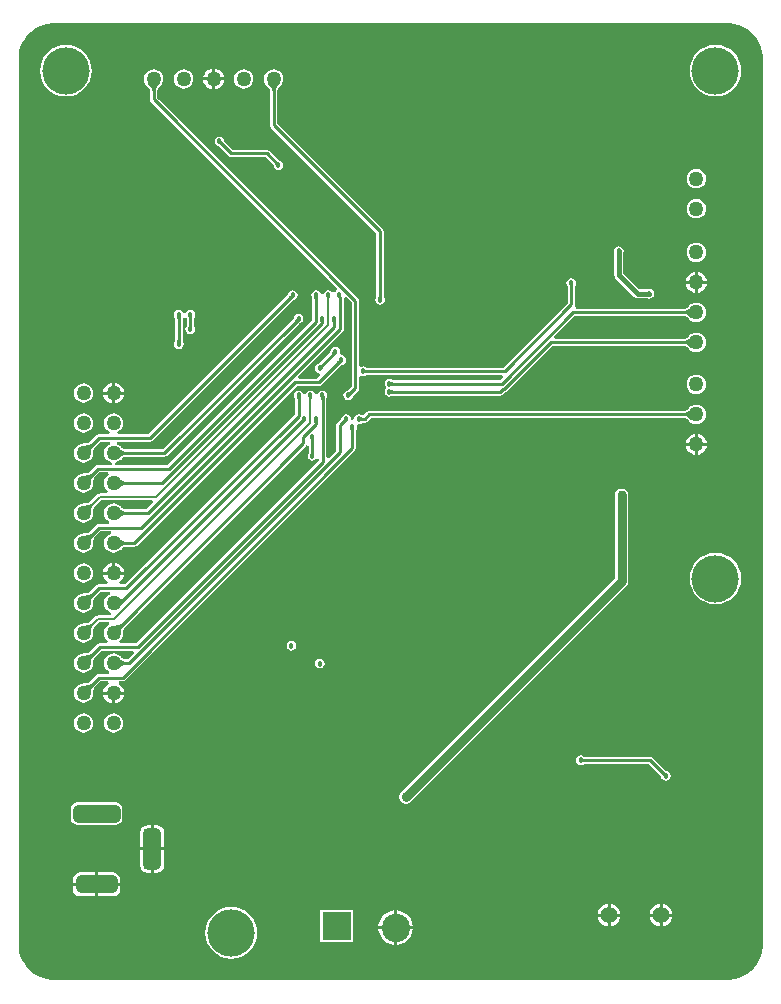
<source format=gbl>
G04*
G04 #@! TF.GenerationSoftware,Altium Limited,Altium Designer,24.3.1 (35)*
G04*
G04 Layer_Physical_Order=2*
G04 Layer_Color=16711680*
%FSLAX25Y25*%
%MOIN*%
G70*
G04*
G04 #@! TF.SameCoordinates,CBDEA9DE-FB5E-4B32-9C3F-323BEE311ABC*
G04*
G04*
G04 #@! TF.FilePolarity,Positive*
G04*
G01*
G75*
%ADD13C,0.00800*%
%ADD14C,0.01000*%
%ADD61C,0.05000*%
%ADD68C,0.03000*%
%ADD70C,0.01500*%
%ADD71R,0.09449X0.09449*%
%ADD72C,0.09449*%
%ADD73C,0.15748*%
G04:AMPARAMS|DCode=74|XSize=59.06mil|YSize=137.8mil|CornerRadius=14.76mil|HoleSize=0mil|Usage=FLASHONLY|Rotation=0.000|XOffset=0mil|YOffset=0mil|HoleType=Round|Shape=RoundedRectangle|*
%AMROUNDEDRECTD74*
21,1,0.05906,0.10827,0,0,0.0*
21,1,0.02953,0.13780,0,0,0.0*
1,1,0.02953,0.01476,-0.05413*
1,1,0.02953,-0.01476,-0.05413*
1,1,0.02953,-0.01476,0.05413*
1,1,0.02953,0.01476,0.05413*
%
%ADD74ROUNDEDRECTD74*%
G04:AMPARAMS|DCode=75|XSize=59.06mil|YSize=137.8mil|CornerRadius=14.76mil|HoleSize=0mil|Usage=FLASHONLY|Rotation=270.000|XOffset=0mil|YOffset=0mil|HoleType=Round|Shape=RoundedRectangle|*
%AMROUNDEDRECTD75*
21,1,0.05906,0.10827,0,0,270.0*
21,1,0.02953,0.13780,0,0,270.0*
1,1,0.02953,-0.05413,-0.01476*
1,1,0.02953,-0.05413,0.01476*
1,1,0.02953,0.05413,0.01476*
1,1,0.02953,0.05413,-0.01476*
%
%ADD75ROUNDEDRECTD75*%
G04:AMPARAMS|DCode=76|XSize=59.06mil|YSize=157.48mil|CornerRadius=14.76mil|HoleSize=0mil|Usage=FLASHONLY|Rotation=90.000|XOffset=0mil|YOffset=0mil|HoleType=Round|Shape=RoundedRectangle|*
%AMROUNDEDRECTD76*
21,1,0.05906,0.12795,0,0,90.0*
21,1,0.02953,0.15748,0,0,90.0*
1,1,0.02953,0.06398,0.01476*
1,1,0.02953,0.06398,-0.01476*
1,1,0.02953,-0.06398,-0.01476*
1,1,0.02953,-0.06398,0.01476*
%
%ADD76ROUNDEDRECTD76*%
%ADD77C,0.05512*%
%ADD78C,0.01800*%
%ADD79C,0.03000*%
G36*
X238530Y318696D02*
X240025Y318295D01*
X241456Y317702D01*
X242796Y316928D01*
X244025Y315986D01*
X245120Y314891D01*
X246062Y313663D01*
X246836Y312322D01*
X247429Y310891D01*
X247829Y309396D01*
X248031Y307861D01*
Y307087D01*
Y11811D01*
Y11037D01*
X247829Y9502D01*
X247429Y8006D01*
X246836Y6576D01*
X246062Y5235D01*
X245120Y4007D01*
X244025Y2912D01*
X242796Y1969D01*
X241456Y1195D01*
X240025Y603D01*
X238530Y202D01*
X236995Y0D01*
X11037D01*
X9502Y202D01*
X8006Y603D01*
X6576Y1195D01*
X5235Y1969D01*
X4007Y2912D01*
X2912Y4007D01*
X1969Y5235D01*
X1195Y6576D01*
X603Y8006D01*
X202Y9502D01*
X0Y11037D01*
Y11811D01*
Y307087D01*
Y307861D01*
X202Y309396D01*
X603Y310891D01*
X1195Y312322D01*
X1969Y313663D01*
X2912Y314891D01*
X4007Y315986D01*
X5235Y316928D01*
X6576Y317702D01*
X8006Y318295D01*
X9502Y318696D01*
X11037Y318898D01*
X236995D01*
X238530Y318696D01*
D02*
G37*
%LPC*%
G36*
X65539Y303858D02*
Y300894D01*
X68504D01*
X68449Y301307D01*
X68097Y302159D01*
X67536Y302890D01*
X66804Y303451D01*
X65953Y303804D01*
X65539Y303858D01*
D02*
G37*
G36*
X64539Y303858D02*
X64126Y303804D01*
X63274Y303451D01*
X62543Y302890D01*
X61982Y302159D01*
X61629Y301307D01*
X61575Y300894D01*
X64539D01*
Y303858D01*
D02*
G37*
G36*
X75039Y303621D02*
X74204Y303511D01*
X73426Y303189D01*
X72757Y302676D01*
X72244Y302008D01*
X71922Y301229D01*
X71812Y300394D01*
X71922Y299558D01*
X72244Y298780D01*
X72757Y298111D01*
X73426Y297599D01*
X74204Y297276D01*
X75039Y297166D01*
X75875Y297276D01*
X76653Y297599D01*
X77322Y298111D01*
X77835Y298780D01*
X78157Y299558D01*
X78267Y300394D01*
X78157Y301229D01*
X77835Y302008D01*
X77322Y302676D01*
X76653Y303189D01*
X75875Y303511D01*
X75039Y303621D01*
D02*
G37*
G36*
X55039D02*
X54204Y303511D01*
X53426Y303189D01*
X52757Y302676D01*
X52244Y302008D01*
X51922Y301229D01*
X51812Y300394D01*
X51922Y299558D01*
X52244Y298780D01*
X52757Y298111D01*
X53426Y297599D01*
X54204Y297276D01*
X55039Y297166D01*
X55875Y297276D01*
X56653Y297599D01*
X57322Y298111D01*
X57835Y298780D01*
X58157Y299558D01*
X58267Y300394D01*
X58157Y301229D01*
X57835Y302008D01*
X57322Y302676D01*
X56653Y303189D01*
X55875Y303511D01*
X55039Y303621D01*
D02*
G37*
G36*
X64539Y299894D02*
X61575D01*
X61629Y299480D01*
X61982Y298629D01*
X62543Y297898D01*
X63274Y297337D01*
X64126Y296984D01*
X64539Y296929D01*
Y299894D01*
D02*
G37*
G36*
X68504D02*
X65539D01*
Y296929D01*
X65953Y296984D01*
X66804Y297337D01*
X67536Y297898D01*
X68097Y298629D01*
X68449Y299480D01*
X68504Y299894D01*
D02*
G37*
G36*
X232283Y311765D02*
X230603Y311600D01*
X228987Y311109D01*
X227497Y310313D01*
X226191Y309242D01*
X225120Y307936D01*
X224324Y306447D01*
X223833Y304830D01*
X223668Y303150D01*
X223833Y301469D01*
X224324Y299853D01*
X225120Y298363D01*
X226191Y297058D01*
X227497Y295986D01*
X228987Y295190D01*
X230603Y294700D01*
X232283Y294534D01*
X233964Y294700D01*
X235580Y295190D01*
X237070Y295986D01*
X238375Y297058D01*
X239447Y298363D01*
X240243Y299853D01*
X240733Y301469D01*
X240899Y303150D01*
X240733Y304830D01*
X240243Y306447D01*
X239447Y307936D01*
X238375Y309242D01*
X237070Y310313D01*
X235580Y311109D01*
X233964Y311600D01*
X232283Y311765D01*
D02*
G37*
G36*
X15748D02*
X14067Y311600D01*
X12451Y311109D01*
X10961Y310313D01*
X9656Y309242D01*
X8585Y307936D01*
X7788Y306447D01*
X7298Y304830D01*
X7132Y303150D01*
X7298Y301469D01*
X7788Y299853D01*
X8585Y298363D01*
X9656Y297058D01*
X10961Y295986D01*
X12451Y295190D01*
X14067Y294700D01*
X15748Y294534D01*
X17429Y294700D01*
X19045Y295190D01*
X20535Y295986D01*
X21840Y297058D01*
X22912Y298363D01*
X23708Y299853D01*
X24198Y301469D01*
X24363Y303150D01*
X24198Y304830D01*
X23708Y306447D01*
X22912Y307936D01*
X21840Y309242D01*
X20535Y310313D01*
X19045Y311109D01*
X17429Y311600D01*
X15748Y311765D01*
D02*
G37*
G36*
X66929Y281159D02*
X66305Y281035D01*
X65776Y280681D01*
X65422Y280152D01*
X65298Y279528D01*
X65422Y278903D01*
X65776Y278374D01*
X66305Y278020D01*
X66797Y277923D01*
X66846Y277880D01*
X70001Y274725D01*
X70398Y274460D01*
X70866Y274367D01*
X82170D01*
X84983Y271555D01*
X85009Y271523D01*
X85107Y271029D01*
X85461Y270500D01*
X85990Y270146D01*
X86614Y270022D01*
X87239Y270146D01*
X87768Y270500D01*
X88121Y271029D01*
X88245Y271654D01*
X88121Y272278D01*
X87768Y272807D01*
X87239Y273161D01*
X86747Y273259D01*
X86697Y273301D01*
X83542Y276456D01*
X83145Y276721D01*
X82677Y276814D01*
X71373D01*
X68561Y279626D01*
X68534Y279658D01*
X68436Y280152D01*
X68083Y280681D01*
X67553Y281035D01*
X66929Y281159D01*
D02*
G37*
G36*
X225902Y270318D02*
X225066Y270208D01*
X224288Y269886D01*
X223619Y269373D01*
X223106Y268704D01*
X222784Y267926D01*
X222674Y267091D01*
X222784Y266255D01*
X223106Y265477D01*
X223619Y264808D01*
X224288Y264295D01*
X225066Y263973D01*
X225902Y263863D01*
X226737Y263973D01*
X227515Y264295D01*
X228184Y264808D01*
X228697Y265477D01*
X229019Y266255D01*
X229129Y267091D01*
X229019Y267926D01*
X228697Y268704D01*
X228184Y269373D01*
X227515Y269886D01*
X226737Y270208D01*
X225902Y270318D01*
D02*
G37*
G36*
Y260318D02*
X225066Y260208D01*
X224288Y259886D01*
X223619Y259373D01*
X223106Y258704D01*
X222784Y257926D01*
X222674Y257090D01*
X222784Y256255D01*
X223106Y255477D01*
X223619Y254808D01*
X224288Y254295D01*
X225066Y253973D01*
X225902Y253863D01*
X226737Y253973D01*
X227515Y254295D01*
X228184Y254808D01*
X228697Y255477D01*
X229019Y256255D01*
X229129Y257090D01*
X229019Y257926D01*
X228697Y258704D01*
X228184Y259373D01*
X227515Y259886D01*
X226737Y260208D01*
X225902Y260318D01*
D02*
G37*
G36*
Y245818D02*
X225066Y245708D01*
X224288Y245386D01*
X223619Y244873D01*
X223106Y244204D01*
X222784Y243426D01*
X222674Y242590D01*
X222784Y241755D01*
X223106Y240977D01*
X223619Y240308D01*
X224288Y239795D01*
X225066Y239473D01*
X225902Y239363D01*
X226737Y239473D01*
X227515Y239795D01*
X228184Y240308D01*
X228697Y240977D01*
X229019Y241755D01*
X229129Y242590D01*
X229019Y243426D01*
X228697Y244204D01*
X228184Y244873D01*
X227515Y245386D01*
X226737Y245708D01*
X225902Y245818D01*
D02*
G37*
G36*
X226402Y236055D02*
Y233090D01*
X229366D01*
X229311Y233504D01*
X228959Y234356D01*
X228398Y235087D01*
X227667Y235648D01*
X226815Y236000D01*
X226402Y236055D01*
D02*
G37*
G36*
X225402D02*
X224988Y236000D01*
X224136Y235648D01*
X223405Y235087D01*
X222844Y234356D01*
X222492Y233504D01*
X222437Y233090D01*
X225402D01*
Y236055D01*
D02*
G37*
G36*
X45039Y303621D02*
X44204Y303511D01*
X43426Y303189D01*
X42757Y302676D01*
X42244Y302008D01*
X41922Y301229D01*
X41812Y300394D01*
X41922Y299558D01*
X42244Y298780D01*
X42757Y298111D01*
X42828Y298057D01*
X43202Y297660D01*
X43360Y297465D01*
X43497Y297275D01*
X43608Y297098D01*
X43694Y296936D01*
X43755Y296789D01*
X43796Y296658D01*
X43816Y296553D01*
Y293543D01*
X43909Y293075D01*
X44174Y292678D01*
X106164Y230688D01*
X106124Y230342D01*
X105948Y229773D01*
X105539Y229500D01*
X105366Y229240D01*
X105339Y229230D01*
X104504D01*
X104477Y229240D01*
X104303Y229500D01*
X103774Y229854D01*
X103150Y229978D01*
X102525Y229854D01*
X101996Y229500D01*
X101642Y228971D01*
X101605Y228784D01*
X101589Y228702D01*
X100773D01*
X100757Y228784D01*
X100720Y228971D01*
X100366Y229500D01*
X99837Y229854D01*
X99213Y229978D01*
X98588Y229854D01*
X98059Y229500D01*
X97705Y228971D01*
X97581Y228346D01*
X97705Y227722D01*
X97799Y227581D01*
X97826Y227186D01*
Y220029D01*
X49493Y171696D01*
X32118D01*
X32066Y172496D01*
X32489Y172552D01*
X33267Y172874D01*
X33936Y173387D01*
X33990Y173458D01*
X34388Y173832D01*
X34583Y173990D01*
X34772Y174127D01*
X34949Y174238D01*
X35111Y174323D01*
X35258Y174385D01*
X35389Y174426D01*
X35494Y174446D01*
X48504D01*
X48972Y174539D01*
X49369Y174804D01*
X93406Y218841D01*
X93438Y218867D01*
X93931Y218965D01*
X94461Y219319D01*
X94814Y219848D01*
X94938Y220472D01*
X94814Y221097D01*
X94461Y221626D01*
X93931Y221980D01*
X93307Y222104D01*
X92683Y221980D01*
X92154Y221626D01*
X91800Y221097D01*
X91702Y220605D01*
X91660Y220555D01*
X47997Y176893D01*
X35494D01*
X35389Y176913D01*
X35258Y176953D01*
X35111Y177015D01*
X34949Y177101D01*
X34772Y177211D01*
X34590Y177343D01*
X34163Y177708D01*
X33998Y177871D01*
X33936Y177952D01*
X33267Y178464D01*
X32735Y178685D01*
X32894Y179485D01*
X43701D01*
X44169Y179578D01*
X44566Y179843D01*
X91437Y226715D01*
X91469Y226741D01*
X91963Y226839D01*
X92492Y227193D01*
X92846Y227722D01*
X92970Y228346D01*
X92846Y228971D01*
X92492Y229500D01*
X91963Y229854D01*
X91339Y229978D01*
X90714Y229854D01*
X90185Y229500D01*
X89831Y228971D01*
X89734Y228479D01*
X89691Y228429D01*
X43194Y181932D01*
X33084D01*
X32925Y182732D01*
X33267Y182874D01*
X33936Y183387D01*
X34449Y184055D01*
X34771Y184834D01*
X34881Y185669D01*
X34771Y186505D01*
X34449Y187283D01*
X33936Y187952D01*
X33267Y188464D01*
X32489Y188787D01*
X31653Y188897D01*
X30818Y188787D01*
X30040Y188464D01*
X29371Y187952D01*
X28858Y187283D01*
X28536Y186505D01*
X28426Y185669D01*
X28536Y184834D01*
X28858Y184055D01*
X29371Y183387D01*
X30040Y182874D01*
X30382Y182732D01*
X30223Y181932D01*
X26693D01*
X26225Y181839D01*
X25828Y181574D01*
X23504Y179250D01*
X23415Y179190D01*
X23295Y179126D01*
X23147Y179066D01*
X22972Y179012D01*
X22768Y178965D01*
X22546Y178929D01*
X21987Y178886D01*
X21754Y178884D01*
X21654Y178897D01*
X20818Y178787D01*
X20040Y178464D01*
X19371Y177952D01*
X18858Y177283D01*
X18536Y176505D01*
X18426Y175669D01*
X18536Y174834D01*
X18858Y174056D01*
X19371Y173387D01*
X20040Y172874D01*
X20818Y172552D01*
X21654Y172442D01*
X22489Y172552D01*
X23267Y172874D01*
X23936Y173387D01*
X24449Y174056D01*
X24771Y174834D01*
X24881Y175669D01*
X24869Y175758D01*
X24886Y176303D01*
X24912Y176553D01*
X24949Y176784D01*
X24996Y176987D01*
X25050Y177163D01*
X25111Y177310D01*
X25174Y177431D01*
X25234Y177520D01*
X27200Y179485D01*
X30413D01*
X30573Y178685D01*
X30040Y178464D01*
X29371Y177952D01*
X28858Y177283D01*
X28536Y176505D01*
X28426Y175669D01*
X28536Y174834D01*
X28858Y174056D01*
X29371Y173387D01*
X30040Y172874D01*
X30818Y172552D01*
X31241Y172496D01*
X31189Y171696D01*
X26457D01*
X25989Y171603D01*
X25591Y171338D01*
X23504Y169250D01*
X23415Y169190D01*
X23295Y169126D01*
X23147Y169066D01*
X22972Y169012D01*
X22768Y168965D01*
X22546Y168929D01*
X21987Y168886D01*
X21754Y168884D01*
X21654Y168897D01*
X20818Y168787D01*
X20040Y168465D01*
X19371Y167952D01*
X18858Y167283D01*
X18536Y166505D01*
X18426Y165669D01*
X18536Y164834D01*
X18858Y164056D01*
X19371Y163387D01*
X20040Y162874D01*
X20818Y162552D01*
X21654Y162442D01*
X22489Y162552D01*
X23267Y162874D01*
X23936Y163387D01*
X24449Y164056D01*
X24771Y164834D01*
X24881Y165669D01*
X24869Y165758D01*
X24886Y166303D01*
X24912Y166553D01*
X24949Y166784D01*
X24996Y166987D01*
X25050Y167163D01*
X25111Y167310D01*
X25174Y167431D01*
X25234Y167520D01*
X26963Y169249D01*
X29843D01*
X30027Y168515D01*
X30020Y168449D01*
X29371Y167952D01*
X28858Y167283D01*
X28536Y166505D01*
X28426Y165669D01*
X28536Y164834D01*
X28858Y164056D01*
X29371Y163387D01*
X29834Y163032D01*
X29580Y162232D01*
X27095D01*
X26665Y162147D01*
X26302Y161904D01*
X26302Y161904D01*
X23614Y159216D01*
X23532Y159163D01*
X23417Y159107D01*
X23267Y159052D01*
X23083Y159002D01*
X22866Y158958D01*
X22625Y158925D01*
X22018Y158885D01*
X21756Y158883D01*
X21654Y158897D01*
X20818Y158787D01*
X20040Y158465D01*
X19371Y157951D01*
X18858Y157283D01*
X18536Y156505D01*
X18426Y155669D01*
X18536Y154834D01*
X18858Y154056D01*
X19371Y153387D01*
X20040Y152874D01*
X20818Y152552D01*
X21654Y152442D01*
X22489Y152552D01*
X23267Y152874D01*
X23936Y153387D01*
X24449Y154056D01*
X24771Y154834D01*
X24881Y155669D01*
X24868Y155772D01*
X24870Y156034D01*
X24909Y156641D01*
X24942Y156882D01*
X24986Y157099D01*
X25036Y157283D01*
X25091Y157432D01*
X25148Y157548D01*
X25200Y157630D01*
X27559Y159989D01*
X44615D01*
X44921Y159250D01*
X42564Y156893D01*
X35494D01*
X35389Y156913D01*
X35258Y156953D01*
X35111Y157015D01*
X34949Y157101D01*
X34772Y157211D01*
X34590Y157343D01*
X34163Y157708D01*
X33998Y157871D01*
X33936Y157951D01*
X33267Y158465D01*
X32489Y158787D01*
X31653Y158897D01*
X30818Y158787D01*
X30040Y158465D01*
X29371Y157951D01*
X28858Y157283D01*
X28536Y156505D01*
X28426Y155669D01*
X28536Y154834D01*
X28858Y154056D01*
X29371Y153387D01*
X30040Y152874D01*
X30192Y152811D01*
X30033Y152011D01*
X26772D01*
X26303Y151918D01*
X25907Y151653D01*
X23504Y149250D01*
X23415Y149190D01*
X23295Y149126D01*
X23147Y149066D01*
X22972Y149012D01*
X22768Y148965D01*
X22546Y148929D01*
X21987Y148886D01*
X21754Y148884D01*
X21654Y148897D01*
X20818Y148787D01*
X20040Y148465D01*
X19371Y147951D01*
X18858Y147283D01*
X18536Y146505D01*
X18426Y145669D01*
X18536Y144834D01*
X18858Y144055D01*
X19371Y143387D01*
X20040Y142874D01*
X20818Y142552D01*
X21654Y142442D01*
X22489Y142552D01*
X23267Y142874D01*
X23936Y143387D01*
X24449Y144055D01*
X24771Y144834D01*
X24881Y145669D01*
X24869Y145758D01*
X24886Y146303D01*
X24912Y146553D01*
X24949Y146784D01*
X24996Y146987D01*
X25050Y147163D01*
X25111Y147310D01*
X25174Y147431D01*
X25234Y147520D01*
X27278Y149564D01*
X30686D01*
X30818Y148787D01*
X30040Y148465D01*
X29371Y147951D01*
X28858Y147283D01*
X28536Y146505D01*
X28426Y145669D01*
X28536Y144834D01*
X28858Y144055D01*
X29371Y143387D01*
X30040Y142874D01*
X30818Y142552D01*
X31653Y142442D01*
X32489Y142552D01*
X33267Y142874D01*
X33936Y143387D01*
X33990Y143458D01*
X34388Y143832D01*
X34583Y143990D01*
X34772Y144127D01*
X34949Y144238D01*
X35111Y144324D01*
X35258Y144385D01*
X35389Y144426D01*
X35494Y144446D01*
X38583D01*
X39051Y144539D01*
X39448Y144804D01*
X92633Y197989D01*
X100000D01*
X100468Y198082D01*
X100865Y198347D01*
X107579Y205061D01*
X107611Y205087D01*
X108105Y205186D01*
X108634Y205539D01*
X108987Y206069D01*
X109112Y206693D01*
X108987Y207317D01*
X108634Y207846D01*
X108105Y208200D01*
X107627Y208295D01*
X107370Y208519D01*
X107065Y209057D01*
X107143Y209449D01*
X107019Y210073D01*
X106665Y210602D01*
X106136Y210956D01*
X105512Y211080D01*
X104887Y210956D01*
X104358Y210602D01*
X104005Y210073D01*
X103881Y209449D01*
X103897Y209367D01*
X100068Y205539D01*
X100019Y205498D01*
X100012Y205492D01*
X99769Y205444D01*
X99240Y205090D01*
X98887Y204561D01*
X98762Y203937D01*
X98887Y203313D01*
X99240Y202783D01*
X99769Y202430D01*
X100258Y202333D01*
X100489Y201917D01*
X100585Y201528D01*
X99493Y200436D01*
X93369D01*
X93063Y201175D01*
X108115Y216227D01*
X108380Y216624D01*
X108473Y217092D01*
Y227248D01*
X109273Y227579D01*
X110981Y225871D01*
Y197775D01*
X109748Y196541D01*
X109715Y196515D01*
X109222Y196417D01*
X108693Y196063D01*
X108339Y195534D01*
X108215Y194910D01*
X108339Y194285D01*
X108693Y193756D01*
X109222Y193402D01*
X109846Y193278D01*
X110470Y193402D01*
X111000Y193756D01*
X111353Y194285D01*
X111451Y194777D01*
X111493Y194827D01*
X113070Y196403D01*
X113335Y196800D01*
X113428Y197268D01*
Y201052D01*
X114228Y201480D01*
X114336Y201408D01*
X114961Y201284D01*
X115585Y201408D01*
X116002Y201686D01*
X116067Y201692D01*
X161035D01*
X161366Y200891D01*
X160517Y200042D01*
X124706D01*
X124665Y200046D01*
X124246Y200326D01*
X123622Y200450D01*
X122998Y200326D01*
X122468Y199972D01*
X122115Y199443D01*
X121991Y198819D01*
X122115Y198195D01*
X122468Y197665D01*
Y197216D01*
X122115Y196687D01*
X121991Y196063D01*
X122115Y195439D01*
X122468Y194909D01*
X122998Y194556D01*
X123622Y194432D01*
X124246Y194556D01*
X124663Y194834D01*
X124728Y194840D01*
X160630D01*
X161098Y194933D01*
X161495Y195198D01*
X162173Y195876D01*
X162237Y195888D01*
X162634Y196154D01*
X177856Y211375D01*
X222059D01*
X222165Y211355D01*
X222295Y211315D01*
X222442Y211253D01*
X222603Y211167D01*
X222780Y211056D01*
X222961Y210925D01*
X223386Y210559D01*
X223556Y210391D01*
X223619Y210308D01*
X224288Y209795D01*
X225066Y209473D01*
X225902Y209363D01*
X226737Y209473D01*
X227515Y209795D01*
X228184Y210308D01*
X228697Y210977D01*
X229019Y211755D01*
X229129Y212591D01*
X229019Y213426D01*
X228697Y214204D01*
X228184Y214873D01*
X227515Y215386D01*
X226737Y215708D01*
X225902Y215818D01*
X225066Y215708D01*
X224288Y215386D01*
X223619Y214873D01*
X223567Y214805D01*
X223173Y214436D01*
X222977Y214278D01*
X222786Y214141D01*
X222609Y214030D01*
X222446Y213944D01*
X222299Y213882D01*
X222168Y213842D01*
X222063Y213822D01*
X178802D01*
X178496Y214561D01*
X185302Y221367D01*
X222061D01*
X222166Y221347D01*
X222297Y221307D01*
X222444Y221245D01*
X222606Y221159D01*
X222783Y221048D01*
X222965Y220917D01*
X223392Y220551D01*
X223557Y220389D01*
X223619Y220308D01*
X224288Y219795D01*
X225066Y219473D01*
X225902Y219363D01*
X226737Y219473D01*
X227515Y219795D01*
X228184Y220308D01*
X228697Y220977D01*
X229019Y221755D01*
X229129Y222590D01*
X229019Y223426D01*
X228697Y224204D01*
X228184Y224873D01*
X227515Y225386D01*
X226737Y225708D01*
X225902Y225818D01*
X225066Y225708D01*
X224288Y225386D01*
X223619Y224873D01*
X223565Y224802D01*
X223167Y224428D01*
X222972Y224270D01*
X222783Y224133D01*
X222606Y224022D01*
X222444Y223936D01*
X222297Y223874D01*
X222166Y223834D01*
X222061Y223814D01*
X185703D01*
X185652Y223859D01*
X185306Y224614D01*
X185382Y224729D01*
X185476Y225197D01*
Y231199D01*
X185479Y231241D01*
X185759Y231659D01*
X185883Y232283D01*
X185759Y232908D01*
X185406Y233437D01*
X184876Y233791D01*
X184252Y233915D01*
X183628Y233791D01*
X183098Y233437D01*
X182745Y232908D01*
X182621Y232283D01*
X182745Y231659D01*
X183024Y231242D01*
X183028Y231177D01*
Y225704D01*
X161463Y204138D01*
X116045D01*
X116003Y204142D01*
X115585Y204422D01*
X114961Y204546D01*
X114336Y204422D01*
X114228Y204350D01*
X113428Y204778D01*
Y226378D01*
X113335Y226846D01*
X113070Y227243D01*
X46263Y294050D01*
Y296553D01*
X46283Y296658D01*
X46323Y296789D01*
X46385Y296936D01*
X46471Y297098D01*
X46582Y297275D01*
X46713Y297457D01*
X47078Y297884D01*
X47241Y298050D01*
X47322Y298111D01*
X47835Y298780D01*
X48157Y299558D01*
X48267Y300394D01*
X48157Y301229D01*
X47835Y302008D01*
X47322Y302676D01*
X46653Y303189D01*
X45875Y303511D01*
X45039Y303621D01*
D02*
G37*
G36*
X229366Y232090D02*
X226402D01*
Y229126D01*
X226815Y229181D01*
X227667Y229533D01*
X228398Y230094D01*
X228959Y230825D01*
X229311Y231677D01*
X229366Y232090D01*
D02*
G37*
G36*
X225402D02*
X222437D01*
X222492Y231677D01*
X222844Y230825D01*
X223405Y230094D01*
X224136Y229533D01*
X224988Y229181D01*
X225402Y229126D01*
Y232090D01*
D02*
G37*
G36*
X200000Y244545D02*
X199376Y244421D01*
X198846Y244067D01*
X198493Y243538D01*
X198369Y242913D01*
X198493Y242289D01*
X198522Y242246D01*
Y235039D01*
X198634Y234474D01*
X198955Y233994D01*
X205254Y227695D01*
X205733Y227374D01*
X206299Y227262D01*
X209569D01*
X209612Y227233D01*
X210236Y227109D01*
X210860Y227233D01*
X211390Y227587D01*
X211743Y228116D01*
X211868Y228740D01*
X211743Y229364D01*
X211390Y229894D01*
X210860Y230247D01*
X210236Y230371D01*
X209612Y230247D01*
X209569Y230219D01*
X206912D01*
X201478Y235652D01*
Y242246D01*
X201507Y242289D01*
X201631Y242913D01*
X201507Y243538D01*
X201153Y244067D01*
X200624Y244421D01*
X200000Y244545D01*
D02*
G37*
G36*
X85039Y303621D02*
X84204Y303511D01*
X83426Y303189D01*
X82757Y302676D01*
X82244Y302008D01*
X81922Y301229D01*
X81812Y300394D01*
X81922Y299558D01*
X82244Y298780D01*
X82757Y298111D01*
X82828Y298057D01*
X83202Y297660D01*
X83360Y297465D01*
X83497Y297275D01*
X83608Y297098D01*
X83694Y296936D01*
X83755Y296789D01*
X83796Y296658D01*
X83816Y296553D01*
Y285039D01*
X83909Y284571D01*
X84174Y284174D01*
X119249Y249099D01*
Y227856D01*
X119245Y227815D01*
X118965Y227396D01*
X118841Y226772D01*
X118965Y226147D01*
X119319Y225618D01*
X119848Y225265D01*
X120472Y225140D01*
X121097Y225265D01*
X121626Y225618D01*
X121980Y226147D01*
X122104Y226772D01*
X121980Y227396D01*
X121701Y227813D01*
X121696Y227878D01*
Y249606D01*
X121603Y250075D01*
X121338Y250471D01*
X86263Y285546D01*
Y296553D01*
X86283Y296658D01*
X86323Y296789D01*
X86385Y296936D01*
X86471Y297098D01*
X86582Y297275D01*
X86713Y297457D01*
X87078Y297884D01*
X87241Y298050D01*
X87322Y298111D01*
X87835Y298780D01*
X88157Y299558D01*
X88267Y300394D01*
X88157Y301229D01*
X87835Y302008D01*
X87322Y302676D01*
X86653Y303189D01*
X85875Y303511D01*
X85039Y303621D01*
D02*
G37*
G36*
X57252Y223431D02*
X56628Y223306D01*
X56098Y222953D01*
X55755Y222439D01*
X55625Y222416D01*
X55120Y222386D01*
X54927Y222414D01*
X54598Y222905D01*
X54069Y223259D01*
X53445Y223383D01*
X52821Y223259D01*
X52291Y222905D01*
X51938Y222376D01*
X51814Y221752D01*
X51938Y221128D01*
X52216Y220711D01*
X52221Y220646D01*
Y213064D01*
X52217Y213023D01*
X51938Y212605D01*
X51814Y211980D01*
X51938Y211356D01*
X52291Y210827D01*
X52821Y210473D01*
X53445Y210349D01*
X54069Y210473D01*
X54598Y210827D01*
X54952Y211356D01*
X55076Y211980D01*
X54952Y212605D01*
X54673Y213022D01*
X54668Y213087D01*
Y220668D01*
X54672Y220709D01*
X54755Y220832D01*
X55658Y220924D01*
X56028Y220563D01*
Y218064D01*
X56024Y218023D01*
X55745Y217605D01*
X55621Y216980D01*
X55745Y216356D01*
X56098Y215827D01*
X56628Y215473D01*
X57252Y215349D01*
X57876Y215473D01*
X58406Y215827D01*
X58759Y216356D01*
X58883Y216980D01*
X58759Y217605D01*
X58480Y218022D01*
X58475Y218087D01*
Y220715D01*
X58479Y220756D01*
X58759Y221175D01*
X58883Y221799D01*
X58759Y222424D01*
X58406Y222953D01*
X57876Y223306D01*
X57252Y223431D01*
D02*
G37*
G36*
X32153Y199134D02*
Y196169D01*
X35118D01*
X35063Y196583D01*
X34711Y197434D01*
X34150Y198166D01*
X33419Y198726D01*
X32567Y199079D01*
X32153Y199134D01*
D02*
G37*
G36*
X31154D02*
X30740Y199079D01*
X29888Y198726D01*
X29157Y198166D01*
X28596Y197434D01*
X28244Y196583D01*
X28189Y196169D01*
X31154D01*
Y199134D01*
D02*
G37*
G36*
X225902Y201818D02*
X225066Y201708D01*
X224288Y201386D01*
X223619Y200873D01*
X223106Y200204D01*
X222784Y199426D01*
X222674Y198591D01*
X222784Y197755D01*
X223106Y196977D01*
X223619Y196308D01*
X224288Y195795D01*
X225066Y195473D01*
X225902Y195363D01*
X226737Y195473D01*
X227515Y195795D01*
X228184Y196308D01*
X228697Y196977D01*
X229019Y197755D01*
X229129Y198591D01*
X229019Y199426D01*
X228697Y200204D01*
X228184Y200873D01*
X227515Y201386D01*
X226737Y201708D01*
X225902Y201818D01*
D02*
G37*
G36*
X101181Y196513D02*
X100557Y196389D01*
X100028Y196035D01*
X99674Y195506D01*
X99637Y195320D01*
X99620Y195237D01*
X98805D01*
X98788Y195320D01*
X98751Y195506D01*
X98398Y196035D01*
X97868Y196389D01*
X97244Y196513D01*
X96620Y196389D01*
X96091Y196035D01*
X95737Y195506D01*
X95700Y195320D01*
X95683Y195237D01*
X94868D01*
X94851Y195320D01*
X94814Y195506D01*
X94461Y196035D01*
X93931Y196389D01*
X93307Y196513D01*
X92683Y196389D01*
X92154Y196035D01*
X91800Y195506D01*
X91676Y194882D01*
X91800Y194258D01*
X92079Y193841D01*
X92084Y193776D01*
Y188696D01*
X35320Y131932D01*
X33784D01*
X33709Y132072D01*
X33575Y132732D01*
X34150Y133173D01*
X34711Y133904D01*
X35063Y134756D01*
X35118Y135169D01*
X28189D01*
X28244Y134756D01*
X28596Y133904D01*
X29157Y133173D01*
X29732Y132732D01*
X29599Y132072D01*
X29523Y131932D01*
X26693D01*
X26225Y131839D01*
X25828Y131574D01*
X23504Y129250D01*
X23415Y129190D01*
X23295Y129126D01*
X23147Y129066D01*
X22972Y129012D01*
X22768Y128965D01*
X22546Y128929D01*
X21987Y128886D01*
X21754Y128884D01*
X21654Y128897D01*
X20818Y128787D01*
X20040Y128464D01*
X19371Y127952D01*
X18858Y127283D01*
X18536Y126505D01*
X18426Y125669D01*
X18536Y124834D01*
X18858Y124056D01*
X19371Y123387D01*
X20040Y122874D01*
X20818Y122552D01*
X21654Y122442D01*
X22489Y122552D01*
X23267Y122874D01*
X23936Y123387D01*
X24449Y124056D01*
X24771Y124834D01*
X24881Y125669D01*
X24869Y125758D01*
X24886Y126303D01*
X24912Y126553D01*
X24949Y126784D01*
X24996Y126987D01*
X25050Y127163D01*
X25111Y127310D01*
X25174Y127431D01*
X25234Y127520D01*
X27200Y129485D01*
X30413D01*
X30573Y128685D01*
X30040Y128464D01*
X29371Y127952D01*
X28858Y127283D01*
X28536Y126505D01*
X28426Y125669D01*
X28536Y124834D01*
X28858Y124056D01*
X29371Y123387D01*
X30040Y122874D01*
X30470Y122696D01*
X30784Y121905D01*
X30776Y121750D01*
X30664Y121594D01*
X26457D01*
X26457Y121594D01*
X26028Y121509D01*
X25664Y121265D01*
X23614Y119216D01*
X23532Y119163D01*
X23417Y119107D01*
X23267Y119052D01*
X23083Y119002D01*
X22866Y118958D01*
X22625Y118925D01*
X22018Y118885D01*
X21756Y118883D01*
X21654Y118897D01*
X20818Y118787D01*
X20040Y118465D01*
X19371Y117952D01*
X18858Y117283D01*
X18536Y116505D01*
X18426Y115669D01*
X18536Y114834D01*
X18858Y114056D01*
X19371Y113387D01*
X20040Y112874D01*
X20818Y112552D01*
X21654Y112442D01*
X22489Y112552D01*
X23267Y112874D01*
X23936Y113387D01*
X24449Y114056D01*
X24771Y114834D01*
X24881Y115669D01*
X24868Y115772D01*
X24870Y116034D01*
X24909Y116641D01*
X24942Y116882D01*
X24986Y117099D01*
X25036Y117283D01*
X25091Y117432D01*
X25148Y117548D01*
X25200Y117630D01*
X26921Y119351D01*
X30089D01*
X30248Y118551D01*
X30040Y118465D01*
X29371Y117952D01*
X28858Y117283D01*
X28536Y116505D01*
X28426Y115669D01*
X28536Y114834D01*
X28858Y114056D01*
X29371Y113387D01*
X29814Y113047D01*
X29543Y112247D01*
X27008D01*
X26540Y112154D01*
X26143Y111889D01*
X23504Y109250D01*
X23415Y109190D01*
X23295Y109126D01*
X23147Y109066D01*
X22972Y109012D01*
X22768Y108965D01*
X22546Y108929D01*
X21987Y108886D01*
X21754Y108884D01*
X21654Y108897D01*
X20818Y108787D01*
X20040Y108465D01*
X19371Y107951D01*
X18858Y107283D01*
X18536Y106505D01*
X18426Y105669D01*
X18536Y104834D01*
X18858Y104056D01*
X19371Y103387D01*
X20040Y102874D01*
X20818Y102552D01*
X21654Y102442D01*
X22489Y102552D01*
X23267Y102874D01*
X23936Y103387D01*
X24449Y104056D01*
X24771Y104834D01*
X24881Y105669D01*
X24869Y105758D01*
X24886Y106303D01*
X24912Y106553D01*
X24949Y106784D01*
X24996Y106987D01*
X25050Y107163D01*
X25111Y107310D01*
X25174Y107431D01*
X25234Y107520D01*
X27515Y109800D01*
X38169D01*
X38475Y109061D01*
X36307Y106893D01*
X35494D01*
X35389Y106913D01*
X35258Y106953D01*
X35111Y107015D01*
X34949Y107101D01*
X34772Y107211D01*
X34590Y107343D01*
X34163Y107708D01*
X33998Y107871D01*
X33936Y107951D01*
X33267Y108465D01*
X32489Y108787D01*
X31653Y108897D01*
X30818Y108787D01*
X30040Y108465D01*
X29371Y107951D01*
X28858Y107283D01*
X28536Y106505D01*
X28426Y105669D01*
X28536Y104834D01*
X28858Y104056D01*
X29371Y103387D01*
X30040Y102874D01*
X30192Y102811D01*
X30033Y102011D01*
X26772D01*
X26303Y101918D01*
X25907Y101653D01*
X23504Y99250D01*
X23415Y99190D01*
X23295Y99126D01*
X23147Y99066D01*
X22972Y99012D01*
X22768Y98965D01*
X22546Y98929D01*
X21987Y98886D01*
X21754Y98884D01*
X21654Y98897D01*
X20818Y98787D01*
X20040Y98465D01*
X19371Y97952D01*
X18858Y97283D01*
X18536Y96505D01*
X18426Y95669D01*
X18536Y94834D01*
X18858Y94055D01*
X19371Y93387D01*
X20040Y92874D01*
X20818Y92552D01*
X21654Y92442D01*
X22489Y92552D01*
X23267Y92874D01*
X23936Y93387D01*
X24449Y94055D01*
X24771Y94834D01*
X24881Y95669D01*
X24869Y95758D01*
X24886Y96303D01*
X24912Y96553D01*
X24949Y96784D01*
X24996Y96987D01*
X25050Y97163D01*
X25111Y97310D01*
X25174Y97431D01*
X25234Y97520D01*
X27278Y99564D01*
X29820D01*
X29979Y98764D01*
X29888Y98726D01*
X29157Y98166D01*
X28596Y97434D01*
X28244Y96583D01*
X28189Y96169D01*
X35118D01*
X35063Y96583D01*
X34711Y97434D01*
X34150Y98166D01*
X33419Y98726D01*
X33328Y98764D01*
X33488Y99564D01*
X34646D01*
X35114Y99657D01*
X35511Y99922D01*
X112020Y176432D01*
X112285Y176829D01*
X112379Y177297D01*
Y183299D01*
X112383Y183341D01*
X112662Y183759D01*
X112786Y184383D01*
X112725Y184692D01*
X113239Y185329D01*
X113341Y185386D01*
X113386Y185377D01*
X114010Y185501D01*
X114427Y185779D01*
X114492Y185784D01*
X115354D01*
X115823Y185878D01*
X116219Y186143D01*
X117444Y187367D01*
X222061D01*
X222166Y187347D01*
X222297Y187307D01*
X222444Y187245D01*
X222606Y187159D01*
X222783Y187048D01*
X222965Y186917D01*
X223392Y186551D01*
X223557Y186389D01*
X223619Y186308D01*
X224288Y185795D01*
X225066Y185473D01*
X225902Y185363D01*
X226737Y185473D01*
X227515Y185795D01*
X228184Y186308D01*
X228697Y186977D01*
X229019Y187755D01*
X229129Y188591D01*
X229019Y189426D01*
X228697Y190204D01*
X228184Y190873D01*
X227515Y191386D01*
X226737Y191708D01*
X225902Y191818D01*
X225066Y191708D01*
X224288Y191386D01*
X223619Y190873D01*
X223565Y190802D01*
X223167Y190428D01*
X222972Y190270D01*
X222783Y190133D01*
X222606Y190022D01*
X222444Y189936D01*
X222297Y189874D01*
X222166Y189834D01*
X222061Y189814D01*
X116937D01*
X116469Y189721D01*
X116072Y189456D01*
X114848Y188231D01*
X114470D01*
X114429Y188235D01*
X114010Y188515D01*
X113386Y188639D01*
X112761Y188515D01*
X112232Y188161D01*
X111879Y187632D01*
X111755Y187008D01*
X111244Y186782D01*
X110806Y187008D01*
X110682Y187632D01*
X110328Y188161D01*
X109799Y188515D01*
X109175Y188639D01*
X108551Y188515D01*
X108021Y188161D01*
X107668Y187632D01*
X107570Y187140D01*
X107527Y187091D01*
X106221Y185785D01*
X105956Y185388D01*
X105863Y184920D01*
Y176491D01*
X103307Y173935D01*
X102568Y174241D01*
Y193894D01*
X102569Y193951D01*
X102580Y194092D01*
X102581Y194097D01*
X102688Y194258D01*
X102812Y194882D01*
X102688Y195506D01*
X102335Y196035D01*
X101805Y196389D01*
X101181Y196513D01*
D02*
G37*
G36*
X21654Y198897D02*
X20818Y198787D01*
X20040Y198465D01*
X19371Y197951D01*
X18858Y197283D01*
X18536Y196505D01*
X18426Y195669D01*
X18536Y194834D01*
X18858Y194055D01*
X19371Y193387D01*
X20040Y192874D01*
X20818Y192552D01*
X21654Y192442D01*
X22489Y192552D01*
X23267Y192874D01*
X23936Y193387D01*
X24449Y194055D01*
X24771Y194834D01*
X24881Y195669D01*
X24771Y196505D01*
X24449Y197283D01*
X23936Y197951D01*
X23267Y198465D01*
X22489Y198787D01*
X21654Y198897D01*
D02*
G37*
G36*
X35118Y195169D02*
X32153D01*
Y192205D01*
X32567Y192259D01*
X33419Y192612D01*
X34150Y193173D01*
X34711Y193904D01*
X35063Y194756D01*
X35118Y195169D01*
D02*
G37*
G36*
X31154D02*
X28189D01*
X28244Y194756D01*
X28596Y193904D01*
X29157Y193173D01*
X29888Y192612D01*
X30740Y192259D01*
X31154Y192205D01*
Y195169D01*
D02*
G37*
G36*
X21654Y188897D02*
X20818Y188787D01*
X20040Y188464D01*
X19371Y187952D01*
X18858Y187283D01*
X18536Y186505D01*
X18426Y185669D01*
X18536Y184834D01*
X18858Y184055D01*
X19371Y183387D01*
X20040Y182874D01*
X20818Y182552D01*
X21654Y182442D01*
X22489Y182552D01*
X23267Y182874D01*
X23936Y183387D01*
X24449Y184055D01*
X24771Y184834D01*
X24881Y185669D01*
X24771Y186505D01*
X24449Y187283D01*
X23936Y187952D01*
X23267Y188464D01*
X22489Y188787D01*
X21654Y188897D01*
D02*
G37*
G36*
X226402Y182055D02*
Y179090D01*
X229366D01*
X229311Y179504D01*
X228959Y180356D01*
X228398Y181087D01*
X227667Y181648D01*
X226815Y182001D01*
X226402Y182055D01*
D02*
G37*
G36*
X225402D02*
X224988Y182001D01*
X224136Y181648D01*
X223405Y181087D01*
X222844Y180356D01*
X222492Y179504D01*
X222437Y179090D01*
X225402D01*
Y182055D01*
D02*
G37*
G36*
X229366Y178091D02*
X226402D01*
Y175126D01*
X226815Y175181D01*
X227667Y175533D01*
X228398Y176094D01*
X228959Y176825D01*
X229311Y177677D01*
X229366Y178091D01*
D02*
G37*
G36*
X225402D02*
X222437D01*
X222492Y177677D01*
X222844Y176825D01*
X223405Y176094D01*
X224136Y175533D01*
X224988Y175181D01*
X225402Y175126D01*
Y178091D01*
D02*
G37*
G36*
X32153Y139134D02*
Y136169D01*
X35118D01*
X35063Y136583D01*
X34711Y137434D01*
X34150Y138165D01*
X33419Y138726D01*
X32567Y139079D01*
X32153Y139134D01*
D02*
G37*
G36*
X31154D02*
X30740Y139079D01*
X29888Y138726D01*
X29157Y138165D01*
X28596Y137434D01*
X28244Y136583D01*
X28189Y136169D01*
X31154D01*
Y139134D01*
D02*
G37*
G36*
X21654Y138897D02*
X20818Y138787D01*
X20040Y138464D01*
X19371Y137952D01*
X18858Y137283D01*
X18536Y136505D01*
X18426Y135669D01*
X18536Y134834D01*
X18858Y134055D01*
X19371Y133387D01*
X20040Y132874D01*
X20818Y132552D01*
X21654Y132442D01*
X22489Y132552D01*
X23267Y132874D01*
X23936Y133387D01*
X24449Y134055D01*
X24771Y134834D01*
X24881Y135669D01*
X24771Y136505D01*
X24449Y137283D01*
X23936Y137952D01*
X23267Y138464D01*
X22489Y138787D01*
X21654Y138897D01*
D02*
G37*
G36*
X232283Y142474D02*
X230603Y142308D01*
X228987Y141818D01*
X227497Y141022D01*
X226191Y139950D01*
X225120Y138645D01*
X224324Y137155D01*
X223833Y135539D01*
X223668Y133858D01*
X223833Y132177D01*
X224324Y130561D01*
X225120Y129072D01*
X226191Y127766D01*
X227497Y126695D01*
X228987Y125899D01*
X230603Y125408D01*
X232283Y125243D01*
X233964Y125408D01*
X235580Y125899D01*
X237070Y126695D01*
X238375Y127766D01*
X239447Y129072D01*
X240243Y130561D01*
X240733Y132177D01*
X240899Y133858D01*
X240733Y135539D01*
X240243Y137155D01*
X239447Y138645D01*
X238375Y139950D01*
X237070Y141022D01*
X235580Y141818D01*
X233964Y142308D01*
X232283Y142474D01*
D02*
G37*
G36*
X90945Y113049D02*
X90321Y112925D01*
X89791Y112571D01*
X89438Y112042D01*
X89314Y111417D01*
X89438Y110793D01*
X89791Y110264D01*
X90321Y109910D01*
X90945Y109786D01*
X91569Y109910D01*
X92098Y110264D01*
X92452Y110793D01*
X92576Y111417D01*
X92452Y112042D01*
X92098Y112571D01*
X91569Y112925D01*
X90945Y113049D01*
D02*
G37*
G36*
X100394Y107143D02*
X99769Y107019D01*
X99240Y106665D01*
X98887Y106136D01*
X98762Y105512D01*
X98887Y104887D01*
X99240Y104358D01*
X99769Y104005D01*
X100394Y103881D01*
X101018Y104005D01*
X101547Y104358D01*
X101901Y104887D01*
X102025Y105512D01*
X101901Y106136D01*
X101547Y106665D01*
X101018Y107019D01*
X100394Y107143D01*
D02*
G37*
G36*
X35118Y95169D02*
X32153D01*
Y92205D01*
X32567Y92259D01*
X33419Y92612D01*
X34150Y93173D01*
X34711Y93904D01*
X35063Y94756D01*
X35118Y95169D01*
D02*
G37*
G36*
X31154D02*
X28189D01*
X28244Y94756D01*
X28596Y93904D01*
X29157Y93173D01*
X29888Y92612D01*
X30740Y92259D01*
X31154Y92205D01*
Y95169D01*
D02*
G37*
G36*
X31653Y88897D02*
X30818Y88787D01*
X30040Y88464D01*
X29371Y87951D01*
X28858Y87283D01*
X28536Y86505D01*
X28426Y85669D01*
X28536Y84834D01*
X28858Y84056D01*
X29371Y83387D01*
X30040Y82874D01*
X30818Y82552D01*
X31653Y82442D01*
X32489Y82552D01*
X33267Y82874D01*
X33936Y83387D01*
X34449Y84056D01*
X34771Y84834D01*
X34881Y85669D01*
X34771Y86505D01*
X34449Y87283D01*
X33936Y87951D01*
X33267Y88464D01*
X32489Y88787D01*
X31653Y88897D01*
D02*
G37*
G36*
X21654D02*
X20818Y88787D01*
X20040Y88464D01*
X19371Y87951D01*
X18858Y87283D01*
X18536Y86505D01*
X18426Y85669D01*
X18536Y84834D01*
X18858Y84056D01*
X19371Y83387D01*
X20040Y82874D01*
X20818Y82552D01*
X21654Y82442D01*
X22489Y82552D01*
X23267Y82874D01*
X23936Y83387D01*
X24449Y84056D01*
X24771Y84834D01*
X24881Y85669D01*
X24771Y86505D01*
X24449Y87283D01*
X23936Y87951D01*
X23267Y88464D01*
X22489Y88787D01*
X21654Y88897D01*
D02*
G37*
G36*
X187402Y74860D02*
X186777Y74735D01*
X186248Y74382D01*
X185894Y73853D01*
X185770Y73228D01*
X185894Y72604D01*
X186248Y72075D01*
X186777Y71721D01*
X187402Y71597D01*
X188026Y71721D01*
X188443Y72000D01*
X188508Y72005D01*
X210123D01*
X214116Y68012D01*
X214143Y67980D01*
X214241Y67486D01*
X214595Y66957D01*
X215124Y66603D01*
X215748Y66479D01*
X216372Y66603D01*
X216902Y66957D01*
X217255Y67486D01*
X217379Y68110D01*
X217255Y68735D01*
X216902Y69264D01*
X216372Y69617D01*
X215880Y69715D01*
X215831Y69758D01*
X211495Y74094D01*
X211098Y74359D01*
X210630Y74452D01*
X188486D01*
X188444Y74456D01*
X188026Y74735D01*
X187402Y74860D01*
D02*
G37*
G36*
X200990Y163852D02*
X200131Y163681D01*
X199404Y163195D01*
X198917Y162467D01*
X198747Y161609D01*
Y133809D01*
X127548Y62610D01*
X127061Y61882D01*
X126891Y61024D01*
X127061Y60165D01*
X127548Y59438D01*
X128276Y58951D01*
X129134Y58780D01*
X129992Y58951D01*
X130720Y59438D01*
X202576Y131293D01*
X203062Y132021D01*
X203233Y132879D01*
Y161609D01*
X203062Y162467D01*
X202576Y163195D01*
X201848Y163681D01*
X200990Y163852D01*
D02*
G37*
G36*
X32382Y59207D02*
X19587D01*
X18737Y59038D01*
X18018Y58557D01*
X17537Y57837D01*
X17368Y56988D01*
Y54035D01*
X17537Y53186D01*
X18018Y52466D01*
X18737Y51985D01*
X19587Y51816D01*
X32382D01*
X33231Y51985D01*
X33951Y52466D01*
X34432Y53186D01*
X34601Y54035D01*
Y56988D01*
X34432Y57837D01*
X33951Y58557D01*
X33231Y59038D01*
X32382Y59207D01*
D02*
G37*
G36*
X45965Y51639D02*
X44988D01*
Y44201D01*
X48489D01*
Y49114D01*
X48297Y50080D01*
X47750Y50899D01*
X46931Y51447D01*
X45965Y51639D01*
D02*
G37*
G36*
X43988D02*
X43012D01*
X42046Y51447D01*
X41226Y50899D01*
X40679Y50080D01*
X40487Y49114D01*
Y44201D01*
X43988D01*
Y51639D01*
D02*
G37*
G36*
X48489Y43201D02*
X44988D01*
Y35763D01*
X45965D01*
X46931Y35955D01*
X47750Y36502D01*
X48297Y37321D01*
X48489Y38287D01*
Y43201D01*
D02*
G37*
G36*
X43988D02*
X40487D01*
Y38287D01*
X40679Y37321D01*
X41226Y36502D01*
X42046Y35955D01*
X43012Y35763D01*
X43988D01*
Y43201D01*
D02*
G37*
G36*
X31398Y35891D02*
X26484D01*
Y32390D01*
X33922D01*
Y33366D01*
X33730Y34332D01*
X33183Y35151D01*
X32364Y35699D01*
X31398Y35891D01*
D02*
G37*
G36*
X25484D02*
X20571D01*
X19605Y35699D01*
X18786Y35151D01*
X18238Y34332D01*
X18046Y33366D01*
Y32390D01*
X25484D01*
Y35891D01*
D02*
G37*
G36*
X33922Y31390D02*
X26484D01*
Y27889D01*
X31398D01*
X32364Y28081D01*
X33183Y28628D01*
X33730Y29447D01*
X33922Y30413D01*
Y31390D01*
D02*
G37*
G36*
X25484D02*
X18046D01*
Y30413D01*
X18238Y29447D01*
X18786Y28628D01*
X19605Y28081D01*
X20571Y27889D01*
X25484D01*
Y31390D01*
D02*
G37*
G36*
X214673Y25376D02*
Y22153D01*
X217896D01*
X217832Y22634D01*
X217454Y23548D01*
X216852Y24332D01*
X216067Y24934D01*
X215154Y25313D01*
X214673Y25376D01*
D02*
G37*
G36*
X197350D02*
Y22153D01*
X200573D01*
X200510Y22634D01*
X200131Y23548D01*
X199529Y24332D01*
X198745Y24934D01*
X197831Y25313D01*
X197350Y25376D01*
D02*
G37*
G36*
X213673Y25376D02*
X213193Y25313D01*
X212279Y24934D01*
X211494Y24332D01*
X210893Y23548D01*
X210514Y22634D01*
X210451Y22153D01*
X213673D01*
Y25376D01*
D02*
G37*
G36*
X196350D02*
X195870Y25313D01*
X194956Y24934D01*
X194172Y24332D01*
X193570Y23548D01*
X193191Y22634D01*
X193128Y22153D01*
X196350D01*
Y25376D01*
D02*
G37*
G36*
X126164Y23208D02*
Y18000D01*
X131372D01*
X131241Y18994D01*
X130664Y20387D01*
X129747Y21583D01*
X128551Y22500D01*
X127158Y23077D01*
X126164Y23208D01*
D02*
G37*
G36*
X125164D02*
X124170Y23077D01*
X122777Y22500D01*
X121581Y21583D01*
X120664Y20387D01*
X120087Y18994D01*
X119956Y18000D01*
X125164D01*
Y23208D01*
D02*
G37*
G36*
X217896Y21154D02*
X214673D01*
Y17931D01*
X215154Y17994D01*
X216067Y18373D01*
X216852Y18975D01*
X217454Y19759D01*
X217832Y20673D01*
X217896Y21154D01*
D02*
G37*
G36*
X200573D02*
X197350D01*
Y17931D01*
X197831Y17994D01*
X198745Y18373D01*
X199529Y18975D01*
X200131Y19759D01*
X200510Y20673D01*
X200573Y21154D01*
D02*
G37*
G36*
X213673D02*
X210451D01*
X210514Y20673D01*
X210893Y19759D01*
X211494Y18975D01*
X212279Y18373D01*
X213193Y17994D01*
X213673Y17931D01*
Y21154D01*
D02*
G37*
G36*
X196350D02*
X193128D01*
X193191Y20673D01*
X193570Y19759D01*
X194172Y18975D01*
X194956Y18373D01*
X195870Y17994D01*
X196350Y17931D01*
Y21154D01*
D02*
G37*
G36*
X111403Y23424D02*
X100555D01*
Y12576D01*
X111403D01*
Y23424D01*
D02*
G37*
G36*
X131372Y17000D02*
X126164D01*
Y11792D01*
X127158Y11923D01*
X128551Y12500D01*
X129747Y13417D01*
X130664Y14613D01*
X131241Y16006D01*
X131372Y17000D01*
D02*
G37*
G36*
X125164D02*
X119956D01*
X120087Y16006D01*
X120664Y14613D01*
X121581Y13417D01*
X122777Y12500D01*
X124170Y11923D01*
X125164Y11792D01*
Y17000D01*
D02*
G37*
G36*
X70866Y24363D02*
X69185Y24198D01*
X67569Y23708D01*
X66080Y22912D01*
X64774Y21840D01*
X63703Y20535D01*
X62906Y19045D01*
X62416Y17429D01*
X62251Y15748D01*
X62416Y14067D01*
X62906Y12451D01*
X63703Y10961D01*
X64774Y9656D01*
X66080Y8585D01*
X67569Y7788D01*
X69185Y7298D01*
X70866Y7132D01*
X72547Y7298D01*
X74163Y7788D01*
X75653Y8585D01*
X76958Y9656D01*
X78030Y10961D01*
X78826Y12451D01*
X79316Y14067D01*
X79482Y15748D01*
X79316Y17429D01*
X78826Y19045D01*
X78030Y20535D01*
X76958Y21840D01*
X75653Y22912D01*
X74163Y23708D01*
X72547Y24198D01*
X70866Y24363D01*
D02*
G37*
%LPD*%
G36*
X67832Y279480D02*
X67843Y279438D01*
X67861Y279393D01*
X67887Y279343D01*
X67919Y279290D01*
X67959Y279234D01*
X68062Y279109D01*
X68124Y279042D01*
X68194Y278970D01*
X67487Y278263D01*
X67415Y278333D01*
X67223Y278497D01*
X67166Y278537D01*
X67113Y278570D01*
X67064Y278596D01*
X67018Y278614D01*
X66976Y278624D01*
X66938Y278628D01*
X67829Y279519D01*
X67832Y279480D01*
D02*
G37*
G36*
X86128Y272849D02*
X86320Y272684D01*
X86377Y272644D01*
X86430Y272611D01*
X86479Y272586D01*
X86525Y272568D01*
X86567Y272557D01*
X86605Y272553D01*
X85714Y271662D01*
X85711Y271701D01*
X85700Y271743D01*
X85682Y271788D01*
X85657Y271838D01*
X85624Y271891D01*
X85584Y271947D01*
X85482Y272072D01*
X85419Y272140D01*
X85350Y272211D01*
X86057Y272918D01*
X86128Y272849D01*
D02*
G37*
G36*
X46552Y298366D02*
X46152Y297899D01*
X45989Y297674D01*
X45852Y297455D01*
X45739Y297241D01*
X45652Y297033D01*
X45589Y296831D01*
X45552Y296635D01*
X45539Y296444D01*
X44539D01*
X44527Y296635D01*
X44489Y296831D01*
X44427Y297033D01*
X44339Y297241D01*
X44227Y297455D01*
X44089Y297674D01*
X43927Y297899D01*
X43739Y298130D01*
X43289Y298608D01*
X46789D01*
X46552Y298366D01*
D02*
G37*
G36*
X184857Y231611D02*
X184835Y231574D01*
X184816Y231529D01*
X184799Y231476D01*
X184784Y231416D01*
X184773Y231347D01*
X184757Y231187D01*
X184753Y231095D01*
X184752Y230995D01*
X183752D01*
X183751Y231095D01*
X183731Y231347D01*
X183720Y231416D01*
X183705Y231476D01*
X183688Y231529D01*
X183669Y231574D01*
X183647Y231611D01*
X183622Y231641D01*
X184882D01*
X184857Y231611D01*
D02*
G37*
G36*
X91330Y227447D02*
X91291Y227443D01*
X91249Y227432D01*
X91204Y227414D01*
X91154Y227389D01*
X91101Y227356D01*
X91045Y227316D01*
X90920Y227214D01*
X90853Y227151D01*
X90781Y227082D01*
X90074Y227789D01*
X90144Y227860D01*
X90308Y228053D01*
X90348Y228109D01*
X90381Y228162D01*
X90407Y228212D01*
X90425Y228257D01*
X90435Y228299D01*
X90439Y228338D01*
X91330Y227447D01*
D02*
G37*
G36*
X103736Y227656D02*
X103697Y227604D01*
X103662Y227546D01*
X103632Y227483D01*
X103607Y227415D01*
X103586Y227342D01*
X103570Y227264D01*
X103559Y227181D01*
X103552Y227093D01*
X103550Y227000D01*
X102750D01*
X102747Y227093D01*
X102740Y227181D01*
X102729Y227264D01*
X102713Y227342D01*
X102692Y227415D01*
X102667Y227483D01*
X102637Y227546D01*
X102602Y227604D01*
X102563Y227656D01*
X102520Y227704D01*
X103780D01*
X103736Y227656D01*
D02*
G37*
G36*
X99716Y227600D02*
X99684Y227574D01*
X99656Y227539D01*
X99631Y227497D01*
X99609Y227446D01*
X99591Y227387D01*
X99576Y227320D01*
X99565Y227245D01*
X99556Y227162D01*
X99550Y226972D01*
X98550Y226921D01*
X98549Y227075D01*
X98503Y227759D01*
X98491Y227801D01*
X98477Y227829D01*
X99716Y227600D01*
D02*
G37*
G36*
X224116Y220841D02*
X223874Y221078D01*
X223407Y221478D01*
X223182Y221640D01*
X222963Y221778D01*
X222749Y221890D01*
X222541Y221978D01*
X222339Y222041D01*
X222143Y222078D01*
X221952Y222091D01*
Y223091D01*
X222143Y223103D01*
X222339Y223141D01*
X222541Y223203D01*
X222749Y223290D01*
X222963Y223403D01*
X223182Y223540D01*
X223407Y223703D01*
X223638Y223890D01*
X224116Y224341D01*
Y220841D01*
D02*
G37*
G36*
X93298Y219572D02*
X93260Y219569D01*
X93218Y219559D01*
X93172Y219540D01*
X93123Y219515D01*
X93070Y219482D01*
X93013Y219442D01*
X92889Y219340D01*
X92821Y219278D01*
X92750Y219208D01*
X92043Y219915D01*
X92112Y219986D01*
X92277Y220179D01*
X92317Y220235D01*
X92350Y220288D01*
X92375Y220338D01*
X92393Y220383D01*
X92404Y220425D01*
X92407Y220463D01*
X93298Y219572D01*
D02*
G37*
G36*
X101755Y219800D02*
X101733Y219763D01*
X101713Y219718D01*
X101696Y219665D01*
X101682Y219605D01*
X101670Y219536D01*
X101655Y219376D01*
X101651Y219284D01*
X101650Y219184D01*
X100650D01*
X100648Y219284D01*
X100629Y219536D01*
X100617Y219605D01*
X100603Y219665D01*
X100586Y219718D01*
X100566Y219763D01*
X100544Y219800D01*
X100520Y219830D01*
X101780D01*
X101755Y219800D01*
D02*
G37*
G36*
X105757Y219808D02*
X105730Y219779D01*
X105707Y219742D01*
X105686Y219697D01*
X105668Y219644D01*
X105653Y219584D01*
X105640Y219515D01*
X105631Y219439D01*
X105620Y219264D01*
X105618Y219164D01*
X104618Y219206D01*
X104617Y219306D01*
X104599Y219559D01*
X104588Y219627D01*
X104575Y219688D01*
X104559Y219741D01*
X104541Y219786D01*
X104520Y219823D01*
X104498Y219852D01*
X105757Y219808D01*
D02*
G37*
G36*
X224111Y210846D02*
X223870Y211084D01*
X223404Y211485D01*
X223180Y211648D01*
X222961Y211785D01*
X222748Y211898D01*
X222540Y211986D01*
X222338Y212048D01*
X222141Y212086D01*
X221951Y212098D01*
X221954Y213098D01*
X222144Y213111D01*
X222340Y213148D01*
X222543Y213211D01*
X222750Y213298D01*
X222964Y213410D01*
X223184Y213548D01*
X223410Y213710D01*
X223641Y213897D01*
X224122Y214346D01*
X224111Y210846D01*
D02*
G37*
G36*
X105642Y208558D02*
X105612Y208551D01*
X105578Y208536D01*
X105539Y208515D01*
X105495Y208486D01*
X105447Y208451D01*
X105336Y208358D01*
X105206Y208238D01*
X105134Y208167D01*
X104292Y208739D01*
X104361Y208810D01*
X104475Y208943D01*
X104520Y209004D01*
X104557Y209062D01*
X104587Y209117D01*
X104608Y209168D01*
X104621Y209215D01*
X104627Y209260D01*
X104624Y209301D01*
X105642Y208558D01*
D02*
G37*
G36*
X107471Y205793D02*
X107433Y205790D01*
X107391Y205779D01*
X107345Y205761D01*
X107296Y205735D01*
X107243Y205703D01*
X107186Y205663D01*
X107062Y205560D01*
X106994Y205498D01*
X106923Y205428D01*
X106216Y206136D01*
X106285Y206207D01*
X106450Y206399D01*
X106490Y206456D01*
X106523Y206509D01*
X106548Y206558D01*
X106566Y206604D01*
X106577Y206646D01*
X106580Y206684D01*
X107471Y205793D01*
D02*
G37*
G36*
X101614Y204647D02*
X101545Y204575D01*
X101430Y204443D01*
X101385Y204382D01*
X101348Y204324D01*
X101319Y204269D01*
X101298Y204218D01*
X101284Y204170D01*
X101279Y204126D01*
X101281Y204085D01*
X100263Y204827D01*
X100293Y204835D01*
X100328Y204850D01*
X100367Y204871D01*
X100410Y204900D01*
X100459Y204935D01*
X100570Y205028D01*
X100700Y205148D01*
X100772Y205219D01*
X101614Y204647D01*
D02*
G37*
G36*
X115633Y203520D02*
X115670Y203498D01*
X115715Y203479D01*
X115768Y203462D01*
X115829Y203448D01*
X115897Y203436D01*
X116057Y203420D01*
X116149Y203416D01*
X116249Y203415D01*
Y202415D01*
X116149Y202414D01*
X115897Y202394D01*
X115829Y202382D01*
X115768Y202368D01*
X115715Y202351D01*
X115670Y202332D01*
X115633Y202310D01*
X115603Y202285D01*
Y203545D01*
X115633Y203520D01*
D02*
G37*
G36*
X124294Y199424D02*
X124331Y199402D01*
X124376Y199383D01*
X124429Y199366D01*
X124490Y199351D01*
X124558Y199340D01*
X124719Y199324D01*
X124811Y199320D01*
X124910Y199319D01*
Y198319D01*
X124811Y198318D01*
X124558Y198298D01*
X124490Y198286D01*
X124429Y198272D01*
X124376Y198255D01*
X124331Y198236D01*
X124294Y198214D01*
X124265Y198189D01*
Y199449D01*
X124294Y199424D01*
D02*
G37*
G36*
Y196668D02*
X124331Y196646D01*
X124376Y196627D01*
X124429Y196610D01*
X124490Y196596D01*
X124558Y196584D01*
X124719Y196568D01*
X124811Y196564D01*
X124910Y196563D01*
Y195563D01*
X124811Y195562D01*
X124558Y195542D01*
X124490Y195530D01*
X124429Y195516D01*
X124376Y195499D01*
X124331Y195480D01*
X124294Y195458D01*
X124265Y195433D01*
Y196693D01*
X124294Y196668D01*
D02*
G37*
G36*
X111111Y195467D02*
X111041Y195396D01*
X110876Y195203D01*
X110836Y195147D01*
X110803Y195094D01*
X110778Y195044D01*
X110760Y194999D01*
X110749Y194957D01*
X110746Y194919D01*
X109855Y195809D01*
X109893Y195813D01*
X109935Y195824D01*
X109981Y195842D01*
X110030Y195867D01*
X110083Y195900D01*
X110140Y195940D01*
X110264Y196042D01*
X110332Y196105D01*
X110404Y196174D01*
X111111Y195467D01*
D02*
G37*
G36*
X24800Y178108D02*
X24674Y177965D01*
X24562Y177799D01*
X24463Y177612D01*
X24378Y177403D01*
X24306Y177173D01*
X24248Y176921D01*
X24204Y176647D01*
X24174Y176351D01*
X24153Y175694D01*
X21678Y178169D01*
X22018Y178173D01*
X22631Y178220D01*
X22905Y178264D01*
X23157Y178322D01*
X23388Y178393D01*
X23597Y178479D01*
X23784Y178577D01*
X23949Y178690D01*
X24093Y178816D01*
X24800Y178108D01*
D02*
G37*
G36*
X33681Y177182D02*
X34148Y176782D01*
X34373Y176619D01*
X34593Y176482D01*
X34806Y176369D01*
X35014Y176282D01*
X35216Y176219D01*
X35412Y176182D01*
X35603Y176169D01*
Y175169D01*
X35412Y175157D01*
X35216Y175119D01*
X35014Y175057D01*
X34806Y174969D01*
X34593Y174857D01*
X34373Y174719D01*
X34148Y174557D01*
X33917Y174369D01*
X33439Y173919D01*
Y177419D01*
X33681Y177182D01*
D02*
G37*
G36*
X24800Y168108D02*
X24674Y167965D01*
X24562Y167799D01*
X24463Y167612D01*
X24378Y167403D01*
X24306Y167173D01*
X24248Y166921D01*
X24204Y166647D01*
X24174Y166351D01*
X24153Y165694D01*
X21678Y168169D01*
X22018Y168173D01*
X22631Y168220D01*
X22905Y168264D01*
X23157Y168322D01*
X23388Y168394D01*
X23597Y168479D01*
X23784Y168577D01*
X23949Y168690D01*
X24093Y168816D01*
X24800Y168108D01*
D02*
G37*
G36*
X33681Y167182D02*
X34148Y166782D01*
X34373Y166619D01*
X34593Y166482D01*
X34806Y166369D01*
X35014Y166282D01*
X35216Y166219D01*
X35412Y166182D01*
X35603Y166169D01*
Y165169D01*
X35412Y165157D01*
X35216Y165119D01*
X35014Y165057D01*
X34806Y164969D01*
X34593Y164857D01*
X34373Y164719D01*
X34148Y164557D01*
X33917Y164369D01*
X33439Y163919D01*
Y167419D01*
X33681Y167182D01*
D02*
G37*
G36*
X24742Y158192D02*
X24627Y158058D01*
X24524Y157898D01*
X24434Y157712D01*
X24356Y157501D01*
X24291Y157264D01*
X24238Y157001D01*
X24198Y156713D01*
X24156Y156060D01*
X24153Y155694D01*
X21678Y158169D01*
X22044Y158172D01*
X22697Y158214D01*
X22986Y158254D01*
X23248Y158307D01*
X23485Y158372D01*
X23696Y158450D01*
X23882Y158540D01*
X24042Y158642D01*
X24176Y158758D01*
X24742Y158192D01*
D02*
G37*
G36*
X33681Y157182D02*
X34148Y156782D01*
X34373Y156619D01*
X34593Y156482D01*
X34806Y156369D01*
X35014Y156282D01*
X35216Y156219D01*
X35412Y156182D01*
X35603Y156169D01*
Y155169D01*
X35412Y155157D01*
X35216Y155119D01*
X35014Y155057D01*
X34806Y154969D01*
X34593Y154857D01*
X34373Y154719D01*
X34148Y154557D01*
X33917Y154369D01*
X33439Y153919D01*
Y157419D01*
X33681Y157182D01*
D02*
G37*
G36*
X24800Y148108D02*
X24674Y147965D01*
X24562Y147799D01*
X24463Y147612D01*
X24378Y147404D01*
X24306Y147173D01*
X24248Y146921D01*
X24204Y146647D01*
X24174Y146351D01*
X24153Y145694D01*
X21678Y148169D01*
X22018Y148172D01*
X22631Y148220D01*
X22905Y148264D01*
X23157Y148322D01*
X23388Y148393D01*
X23597Y148478D01*
X23784Y148577D01*
X23949Y148690D01*
X24093Y148816D01*
X24800Y148108D01*
D02*
G37*
G36*
X33681Y147182D02*
X34148Y146782D01*
X34373Y146619D01*
X34593Y146482D01*
X34806Y146369D01*
X35014Y146282D01*
X35216Y146219D01*
X35412Y146182D01*
X35603Y146169D01*
Y145169D01*
X35412Y145157D01*
X35216Y145119D01*
X35014Y145057D01*
X34806Y144969D01*
X34593Y144857D01*
X34373Y144719D01*
X34148Y144557D01*
X33917Y144369D01*
X33439Y143919D01*
Y147419D01*
X33681Y147182D01*
D02*
G37*
G36*
X86552Y298366D02*
X86152Y297899D01*
X85989Y297674D01*
X85852Y297455D01*
X85739Y297241D01*
X85652Y297033D01*
X85589Y296831D01*
X85552Y296635D01*
X85539Y296444D01*
X84539D01*
X84527Y296635D01*
X84489Y296831D01*
X84427Y297033D01*
X84339Y297241D01*
X84227Y297455D01*
X84089Y297674D01*
X83927Y297899D01*
X83739Y298130D01*
X83289Y298608D01*
X86789D01*
X86552Y298366D01*
D02*
G37*
G36*
X120974Y227960D02*
X120993Y227708D01*
X121005Y227640D01*
X121019Y227579D01*
X121036Y227526D01*
X121056Y227481D01*
X121078Y227444D01*
X121102Y227414D01*
X119842D01*
X119867Y227444D01*
X119889Y227481D01*
X119909Y227526D01*
X119926Y227579D01*
X119940Y227640D01*
X119952Y227708D01*
X119967Y227868D01*
X119971Y227960D01*
X119972Y228060D01*
X120972D01*
X120974Y227960D01*
D02*
G37*
G36*
X57857Y221127D02*
X57835Y221090D01*
X57816Y221045D01*
X57799Y220992D01*
X57784Y220931D01*
X57773Y220863D01*
X57757Y220703D01*
X57753Y220611D01*
X57752Y220511D01*
X56752D01*
X56751Y220611D01*
X56731Y220863D01*
X56719Y220931D01*
X56705Y220992D01*
X56688Y221045D01*
X56669Y221090D01*
X56647Y221127D01*
X56622Y221157D01*
X57882D01*
X57857Y221127D01*
D02*
G37*
G36*
X54050Y221080D02*
X54028Y221043D01*
X54009Y220998D01*
X53992Y220945D01*
X53977Y220884D01*
X53966Y220816D01*
X53950Y220655D01*
X53946Y220563D01*
X53945Y220464D01*
X52945D01*
X52944Y220563D01*
X52924Y220816D01*
X52912Y220884D01*
X52898Y220945D01*
X52881Y220998D01*
X52862Y221043D01*
X52840Y221080D01*
X52815Y221109D01*
X54075D01*
X54050Y221080D01*
D02*
G37*
G36*
X57753Y218169D02*
X57773Y217917D01*
X57784Y217848D01*
X57799Y217788D01*
X57816Y217735D01*
X57835Y217690D01*
X57857Y217652D01*
X57882Y217623D01*
X56622D01*
X56647Y217652D01*
X56669Y217690D01*
X56688Y217735D01*
X56705Y217788D01*
X56719Y217848D01*
X56731Y217917D01*
X56747Y218077D01*
X56751Y218169D01*
X56752Y218269D01*
X57752D01*
X57753Y218169D01*
D02*
G37*
G36*
X53946Y213169D02*
X53966Y212917D01*
X53977Y212848D01*
X53992Y212788D01*
X54009Y212735D01*
X54028Y212690D01*
X54050Y212652D01*
X54075Y212623D01*
X52815D01*
X52840Y212652D01*
X52862Y212690D01*
X52881Y212735D01*
X52898Y212788D01*
X52912Y212848D01*
X52924Y212917D01*
X52940Y213077D01*
X52944Y213169D01*
X52945Y213269D01*
X53945D01*
X53946Y213169D01*
D02*
G37*
G36*
X93912Y194210D02*
X93890Y194173D01*
X93871Y194128D01*
X93854Y194075D01*
X93840Y194014D01*
X93828Y193946D01*
X93812Y193785D01*
X93808Y193693D01*
X93807Y193594D01*
X92807D01*
X92806Y193693D01*
X92786Y193946D01*
X92775Y194014D01*
X92760Y194075D01*
X92743Y194128D01*
X92724Y194173D01*
X92702Y194210D01*
X92677Y194239D01*
X93937D01*
X93912Y194210D01*
D02*
G37*
G36*
X97830Y194192D02*
X97791Y194139D01*
X97757Y194081D01*
X97727Y194018D01*
X97702Y193951D01*
X97681Y193878D01*
X97665Y193800D01*
X97653Y193717D01*
X97646Y193629D01*
X97644Y193536D01*
X96844D01*
X96842Y193629D01*
X96835Y193717D01*
X96823Y193800D01*
X96807Y193878D01*
X96787Y193951D01*
X96761Y194018D01*
X96731Y194081D01*
X96697Y194139D01*
X96658Y194192D01*
X96614Y194239D01*
X97874D01*
X97830Y194192D01*
D02*
G37*
G36*
X101903Y194336D02*
X101891Y194294D01*
X101880Y194239D01*
X101870Y194169D01*
X101856Y193988D01*
X101844Y193457D01*
X100844Y193507D01*
X100842Y193607D01*
X100829Y193781D01*
X100818Y193856D01*
X100803Y193923D01*
X100784Y193981D01*
X100763Y194032D01*
X100738Y194075D01*
X100709Y194109D01*
X100678Y194136D01*
X101917Y194364D01*
X101903Y194336D01*
D02*
G37*
G36*
X224116Y186840D02*
X223874Y187078D01*
X223407Y187478D01*
X223182Y187641D01*
X222963Y187778D01*
X222749Y187891D01*
X222541Y187978D01*
X222339Y188040D01*
X222143Y188078D01*
X221952Y188091D01*
Y189091D01*
X222143Y189103D01*
X222339Y189140D01*
X222541Y189203D01*
X222749Y189290D01*
X222963Y189403D01*
X223182Y189541D01*
X223407Y189703D01*
X223638Y189891D01*
X224116Y190340D01*
Y186840D01*
D02*
G37*
G36*
X114058Y187613D02*
X114095Y187591D01*
X114140Y187572D01*
X114193Y187555D01*
X114254Y187540D01*
X114322Y187529D01*
X114482Y187513D01*
X114574Y187509D01*
X114674Y187508D01*
Y186508D01*
X114574Y186507D01*
X114322Y186487D01*
X114254Y186475D01*
X114193Y186461D01*
X114140Y186444D01*
X114095Y186425D01*
X114058Y186403D01*
X114029Y186378D01*
Y187638D01*
X114058Y187613D01*
D02*
G37*
G36*
X109166Y186108D02*
X109128Y186105D01*
X109086Y186094D01*
X109040Y186076D01*
X108991Y186050D01*
X108938Y186018D01*
X108881Y185977D01*
X108757Y185875D01*
X108689Y185813D01*
X108617Y185743D01*
X107910Y186450D01*
X107980Y186522D01*
X108144Y186714D01*
X108185Y186771D01*
X108217Y186824D01*
X108243Y186873D01*
X108261Y186919D01*
X108272Y186961D01*
X108275Y186999D01*
X109166Y186108D01*
D02*
G37*
G36*
X95257Y186108D02*
X95220Y186104D01*
X95179Y186092D01*
X95134Y186074D01*
X95085Y186048D01*
X95033Y186014D01*
X94976Y185974D01*
X94852Y185871D01*
X94713Y185738D01*
X93985Y186425D01*
X94055Y186496D01*
X94218Y186688D01*
X94258Y186746D01*
X94290Y186799D01*
X94315Y186849D01*
X94332Y186895D01*
X94342Y186938D01*
X94345Y186977D01*
X95257Y186108D01*
D02*
G37*
G36*
X99756Y186267D02*
X99724Y186241D01*
X99696Y186206D01*
X99672Y186163D01*
X99650Y186112D01*
X99632Y186053D01*
X99617Y185986D01*
X99606Y185911D01*
X99598Y185828D01*
X99591Y185637D01*
X98591Y185849D01*
X98590Y185950D01*
X98563Y186329D01*
X98553Y186380D01*
X98542Y186422D01*
X98529Y186456D01*
X98514Y186482D01*
X99756Y186267D01*
D02*
G37*
G36*
X111760Y183711D02*
X111738Y183674D01*
X111719Y183629D01*
X111702Y183576D01*
X111688Y183516D01*
X111676Y183447D01*
X111660Y183287D01*
X111656Y183195D01*
X111655Y183095D01*
X110655D01*
X110654Y183195D01*
X110634Y183447D01*
X110623Y183516D01*
X110608Y183576D01*
X110591Y183629D01*
X110572Y183674D01*
X110550Y183711D01*
X110525Y183741D01*
X111785D01*
X111760Y183711D01*
D02*
G37*
G36*
X98538Y180430D02*
X98516Y180393D01*
X98497Y180348D01*
X98480Y180295D01*
X98466Y180235D01*
X98454Y180166D01*
X98438Y180006D01*
X98434Y179914D01*
X98433Y179814D01*
X97433D01*
X97432Y179914D01*
X97412Y180166D01*
X97401Y180235D01*
X97386Y180295D01*
X97369Y180348D01*
X97350Y180393D01*
X97328Y180430D01*
X97303Y180460D01*
X98563D01*
X98538Y180430D01*
D02*
G37*
G36*
X98434Y175991D02*
X98454Y175739D01*
X98466Y175670D01*
X98480Y175610D01*
X98497Y175557D01*
X98516Y175512D01*
X98538Y175475D01*
X98563Y175445D01*
X97303D01*
X97328Y175475D01*
X97350Y175512D01*
X97369Y175557D01*
X97386Y175610D01*
X97401Y175670D01*
X97412Y175739D01*
X97428Y175899D01*
X97432Y175991D01*
X97433Y176091D01*
X98433D01*
X98434Y175991D01*
D02*
G37*
G36*
X24800Y128108D02*
X24674Y127965D01*
X24562Y127799D01*
X24463Y127612D01*
X24378Y127403D01*
X24306Y127173D01*
X24248Y126921D01*
X24204Y126647D01*
X24174Y126351D01*
X24153Y125694D01*
X21678Y128169D01*
X22018Y128173D01*
X22631Y128220D01*
X22905Y128264D01*
X23157Y128322D01*
X23388Y128393D01*
X23597Y128479D01*
X23784Y128577D01*
X23949Y128690D01*
X24093Y128816D01*
X24800Y128108D01*
D02*
G37*
G36*
X33483Y127408D02*
X33674Y127288D01*
X33863Y127201D01*
X34047Y127148D01*
X34229Y127127D01*
X34407Y127140D01*
X34582Y127186D01*
X34753Y127266D01*
X34920Y127378D01*
X35085Y127524D01*
X35559Y126584D01*
X35376Y126396D01*
X34647Y125554D01*
X34466Y125321D01*
X33744Y124298D01*
X33287Y127562D01*
X33483Y127408D01*
D02*
G37*
G36*
X34800Y118108D02*
X34674Y117965D01*
X34561Y117799D01*
X34463Y117612D01*
X34378Y117403D01*
X34306Y117173D01*
X34248Y116921D01*
X34204Y116647D01*
X34174Y116351D01*
X34153Y115694D01*
X31679Y118169D01*
X32018Y118173D01*
X32631Y118220D01*
X32905Y118264D01*
X33157Y118322D01*
X33388Y118394D01*
X33597Y118479D01*
X33784Y118577D01*
X33949Y118690D01*
X34093Y118816D01*
X34800Y118108D01*
D02*
G37*
G36*
X24742Y118192D02*
X24627Y118058D01*
X24524Y117898D01*
X24434Y117712D01*
X24356Y117501D01*
X24291Y117264D01*
X24238Y117001D01*
X24198Y116713D01*
X24156Y116060D01*
X24153Y115694D01*
X21678Y118169D01*
X22044Y118172D01*
X22697Y118214D01*
X22986Y118254D01*
X23248Y118307D01*
X23485Y118372D01*
X23696Y118450D01*
X23882Y118540D01*
X24042Y118642D01*
X24176Y118758D01*
X24742Y118192D01*
D02*
G37*
G36*
X96694Y178149D02*
X96710Y178143D01*
Y175886D01*
X96706Y175845D01*
X96426Y175427D01*
X96302Y174802D01*
X96426Y174178D01*
X96780Y173649D01*
X97309Y173295D01*
X97933Y173171D01*
X98557Y173295D01*
X99087Y173649D01*
X99183Y173793D01*
X99995Y173601D01*
X100061Y173052D01*
X39257Y112247D01*
X33764D01*
X33493Y113047D01*
X33936Y113387D01*
X34449Y114056D01*
X34771Y114834D01*
X34881Y115669D01*
X34869Y115758D01*
X34886Y116303D01*
X34912Y116553D01*
X34949Y116784D01*
X34996Y116987D01*
X35050Y117163D01*
X35110Y117310D01*
X35174Y117431D01*
X35234Y117520D01*
X95747Y178033D01*
X95910Y178276D01*
X96694Y178149D01*
D02*
G37*
G36*
X24800Y108108D02*
X24674Y107965D01*
X24562Y107799D01*
X24463Y107612D01*
X24378Y107404D01*
X24306Y107173D01*
X24248Y106921D01*
X24204Y106647D01*
X24174Y106351D01*
X24153Y105694D01*
X21678Y108169D01*
X22018Y108173D01*
X22631Y108220D01*
X22905Y108264D01*
X23157Y108322D01*
X23388Y108394D01*
X23597Y108478D01*
X23784Y108577D01*
X23949Y108690D01*
X24093Y108816D01*
X24800Y108108D01*
D02*
G37*
G36*
X33681Y107182D02*
X34148Y106782D01*
X34373Y106619D01*
X34593Y106482D01*
X34806Y106369D01*
X35014Y106282D01*
X35216Y106219D01*
X35412Y106182D01*
X35603Y106169D01*
Y105169D01*
X35412Y105157D01*
X35216Y105119D01*
X35014Y105057D01*
X34806Y104969D01*
X34593Y104857D01*
X34373Y104719D01*
X34148Y104557D01*
X33917Y104369D01*
X33439Y103919D01*
Y107419D01*
X33681Y107182D01*
D02*
G37*
G36*
X24800Y98109D02*
X24674Y97965D01*
X24562Y97799D01*
X24463Y97612D01*
X24378Y97404D01*
X24306Y97173D01*
X24248Y96921D01*
X24204Y96647D01*
X24174Y96351D01*
X24153Y95694D01*
X21678Y98169D01*
X22018Y98172D01*
X22631Y98220D01*
X22905Y98264D01*
X23157Y98322D01*
X23388Y98393D01*
X23597Y98479D01*
X23784Y98577D01*
X23949Y98690D01*
X24093Y98816D01*
X24800Y98109D01*
D02*
G37*
G36*
X188074Y73834D02*
X188111Y73812D01*
X188156Y73792D01*
X188209Y73775D01*
X188269Y73761D01*
X188338Y73749D01*
X188498Y73734D01*
X188590Y73730D01*
X188690Y73728D01*
Y72728D01*
X188590Y72727D01*
X188338Y72708D01*
X188269Y72696D01*
X188209Y72682D01*
X188156Y72665D01*
X188111Y72645D01*
X188074Y72623D01*
X188044Y72598D01*
Y73858D01*
X188074Y73834D01*
D02*
G37*
G36*
X215262Y69305D02*
X215454Y69141D01*
X215511Y69100D01*
X215564Y69068D01*
X215613Y69042D01*
X215659Y69024D01*
X215701Y69014D01*
X215739Y69010D01*
X214848Y68119D01*
X214845Y68158D01*
X214834Y68199D01*
X214816Y68245D01*
X214791Y68294D01*
X214758Y68347D01*
X214718Y68404D01*
X214615Y68528D01*
X214553Y68596D01*
X214483Y68668D01*
X215191Y69375D01*
X215262Y69305D01*
D02*
G37*
D13*
X97244Y185827D02*
Y194882D01*
X26457Y120472D02*
X31890D01*
X97244Y185827D01*
X21654Y115669D02*
X26457Y120472D01*
X27095Y161110D02*
X45756D01*
X21654Y155669D02*
X27095Y161110D01*
X103150Y218504D02*
Y228346D01*
X45756Y161110D02*
X103150Y218504D01*
D14*
X70866Y275590D02*
X82677D01*
X66929Y279528D02*
X70866Y275590D01*
X45039Y293543D02*
Y300394D01*
Y293543D02*
X112205Y226378D01*
Y197268D02*
Y226378D01*
X85039Y300394D02*
Y300554D01*
Y285039D02*
Y300394D01*
X100000Y199213D02*
X107480Y206693D01*
X38583Y145669D02*
X92126Y199213D01*
X100000D01*
X109846Y194910D02*
X112205Y197268D01*
X93307Y188189D02*
Y194882D01*
X161970Y202915D02*
X184252Y225197D01*
X114961Y202915D02*
X161970D01*
X184252Y225197D02*
Y232283D01*
X184795Y222590D02*
X225902D01*
X161024Y198819D02*
X184795Y222590D01*
X123622Y198819D02*
X161024D01*
X161769Y197019D02*
X177349Y212598D01*
X161586Y197019D02*
X161769D01*
X177349Y212598D02*
X225894D01*
X31653Y105669D02*
X36814D01*
X102756Y171653D02*
X107087Y175984D01*
Y184920D01*
X36814Y105669D02*
X102756Y171612D01*
X107087Y184920D02*
X109175Y187008D01*
X102756Y171612D02*
Y171653D01*
X94882Y178898D02*
Y181021D01*
X31653Y115669D02*
X94882Y178898D01*
Y181021D02*
X99091Y185230D01*
Y186855D01*
X33937Y125669D02*
X95244Y186976D01*
Y187008D01*
X21654Y95669D02*
X26772Y100787D01*
X34646D01*
X21654Y105669D02*
X27008Y111024D01*
X39764D01*
X97933Y174802D02*
Y181102D01*
X99091Y186855D02*
X99244Y187008D01*
X26693Y130709D02*
X35827D01*
X21654Y125669D02*
X26693Y130709D01*
X26772Y150787D02*
X40945D01*
X21654Y145669D02*
X26772Y150787D01*
X26457Y170472D02*
X50000D01*
X21654Y165669D02*
X26457Y170472D01*
X21654Y175669D02*
X26693Y180709D01*
X43701D01*
X31653Y145669D02*
X38583D01*
X31653Y155669D02*
X43071D01*
X31653Y125669D02*
X33937D01*
X99059Y227628D02*
Y228193D01*
X99050Y219522D02*
Y227618D01*
X99059Y228193D02*
X99213Y228346D01*
X99050Y227618D02*
X99059Y227628D01*
X50000Y170472D02*
X99050Y219522D01*
X47953Y165669D02*
X101150Y218866D01*
Y220472D01*
X31653Y165669D02*
X47953D01*
X40945Y150787D02*
X107250Y217092D01*
Y227618D01*
X106693Y228174D02*
Y228346D01*
Y228174D02*
X107250Y227618D01*
X34646Y100787D02*
X111155Y177297D01*
Y184383D01*
X101344Y172604D02*
Y194153D01*
X39764Y111024D02*
X101344Y172604D01*
X35827Y130709D02*
X93307Y188189D01*
X101334Y194163D02*
Y194729D01*
X101181Y194882D02*
X101334Y194729D01*
Y194163D02*
X101344Y194153D01*
X43071Y155669D02*
X105118Y217717D01*
Y220441D01*
X105150Y220472D01*
X31653Y175669D02*
X48504D01*
X93307Y220472D01*
X43701Y180709D02*
X91339Y228346D01*
X116937Y188591D02*
X225902D01*
X115354Y187008D02*
X116937Y188591D01*
X113386Y187008D02*
X115354D01*
X120472Y226772D02*
Y249606D01*
X85039Y285039D02*
X120472Y249606D01*
X82677Y275590D02*
X86614Y271654D01*
X100394Y203937D02*
Y204134D01*
X105512Y209252D01*
Y209449D01*
X160630Y196063D02*
X161586Y197019D01*
X225894Y212598D02*
X225902Y212591D01*
X123622Y196063D02*
X160630D01*
X57252Y216980D02*
Y221799D01*
X53445Y211980D02*
Y221752D01*
X187402Y73228D02*
X210630D01*
X215748Y68110D01*
D61*
X225902Y267091D02*
D03*
Y257090D02*
D03*
X31653Y105669D02*
D03*
X21654Y195669D02*
D03*
X31653D02*
D03*
X21654Y185669D02*
D03*
X31653D02*
D03*
X21654Y175669D02*
D03*
X31653D02*
D03*
X21654Y165669D02*
D03*
X31653D02*
D03*
X21654Y155669D02*
D03*
X31653D02*
D03*
X21654Y145669D02*
D03*
X31653D02*
D03*
X21654Y135669D02*
D03*
X31653D02*
D03*
X21654Y125669D02*
D03*
X31653D02*
D03*
X21654Y115669D02*
D03*
X31653D02*
D03*
X21654Y105669D02*
D03*
Y95669D02*
D03*
X31653D02*
D03*
X21654Y85669D02*
D03*
X31653D02*
D03*
X85039Y300394D02*
D03*
X75039D02*
D03*
X65039D02*
D03*
X55039D02*
D03*
X45039D02*
D03*
X225902Y198591D02*
D03*
Y188591D02*
D03*
Y178591D02*
D03*
Y242590D02*
D03*
Y232591D02*
D03*
Y222590D02*
D03*
Y212591D02*
D03*
D68*
X200990Y132879D02*
Y161609D01*
X129134Y61024D02*
X200990Y132879D01*
D70*
X200000Y235039D02*
Y242913D01*
Y235039D02*
X206299Y228740D01*
X210236D01*
D71*
X105979Y18000D02*
D03*
D72*
X125664Y17500D02*
D03*
D73*
X232283Y303150D02*
D03*
X15748D02*
D03*
X232283Y133858D02*
D03*
X70866Y15748D02*
D03*
D74*
X44488Y43701D02*
D03*
D75*
X25984Y31890D02*
D03*
D76*
Y55512D02*
D03*
D77*
X196850Y21654D02*
D03*
X214173D02*
D03*
D78*
X100394Y105512D02*
D03*
X90945Y111417D02*
D03*
X66929Y279528D02*
D03*
X99606Y234154D02*
D03*
X89665Y237500D02*
D03*
X91535Y131299D02*
D03*
X114469D02*
D03*
X215650Y81988D02*
D03*
X95965Y201961D02*
D03*
X104724Y184744D02*
D03*
X93307Y194882D02*
D03*
X97244D02*
D03*
X127559Y184646D02*
D03*
X118898Y170866D02*
D03*
X125197Y261319D02*
D03*
X144488Y282776D02*
D03*
X163484Y274508D02*
D03*
X240158Y268209D02*
D03*
X223721Y282776D02*
D03*
X202165Y272933D02*
D03*
X183169Y282776D02*
D03*
X172835Y263976D02*
D03*
X214272Y225394D02*
D03*
X194882Y232087D02*
D03*
X240158Y249213D02*
D03*
Y206004D02*
D03*
Y151969D02*
D03*
Y182382D02*
D03*
X218209Y169882D02*
D03*
X212106Y142520D02*
D03*
X173917Y191240D02*
D03*
Y179035D02*
D03*
X183563Y170571D02*
D03*
X214272Y204921D02*
D03*
X192126Y202559D02*
D03*
X173721Y202854D02*
D03*
X171260Y218209D02*
D03*
X170965Y231496D02*
D03*
X177953Y239764D02*
D03*
X48425Y252264D02*
D03*
X59941D02*
D03*
X75098Y226083D02*
D03*
X83858Y184941D02*
D03*
X128642Y40846D02*
D03*
X115847D02*
D03*
X73819Y72244D02*
D03*
X19980Y73032D02*
D03*
X4331Y18406D02*
D03*
X3937Y61811D02*
D03*
X156595Y98622D02*
D03*
X162106Y132776D02*
D03*
X154528Y158268D02*
D03*
X186024Y145669D02*
D03*
X220276Y108957D02*
D03*
X195276Y114075D02*
D03*
Y89862D02*
D03*
X240158Y89173D02*
D03*
Y60827D02*
D03*
X194587Y65354D02*
D03*
X223819Y40846D02*
D03*
X207382D02*
D03*
X240158Y18406D02*
D03*
X165945D02*
D03*
X142421D02*
D03*
X165157Y40846D02*
D03*
X153347Y64075D02*
D03*
X127657Y102264D02*
D03*
X128248Y81201D02*
D03*
X107972Y71752D02*
D03*
X102854Y40846D02*
D03*
X86713Y18406D02*
D03*
X57776D02*
D03*
X58858Y40846D02*
D03*
X184941Y254528D02*
D03*
X103150Y313484D02*
D03*
X27854D02*
D03*
X7776Y282776D02*
D03*
X105512D02*
D03*
X104232Y253543D02*
D03*
X85925Y262697D02*
D03*
X60138Y269193D02*
D03*
X17126Y269390D02*
D03*
X18799Y226083D02*
D03*
X40945Y205610D02*
D03*
X50098Y193209D02*
D03*
X54921Y156496D02*
D03*
X78150Y155217D02*
D03*
X114961Y202915D02*
D03*
X184252Y232283D02*
D03*
X109175Y187008D02*
D03*
X95244D02*
D03*
X97933Y181102D02*
D03*
X101150Y220472D02*
D03*
X106693Y228346D02*
D03*
X109846Y194910D02*
D03*
X111155Y184383D02*
D03*
X99244Y187008D02*
D03*
X107480Y206693D02*
D03*
X105150Y220472D02*
D03*
X93307D02*
D03*
X113386Y187008D02*
D03*
X101181Y194882D02*
D03*
X99213Y228346D02*
D03*
X91339D02*
D03*
X103150D02*
D03*
X120472Y226772D02*
D03*
X86614Y271654D02*
D03*
X200000Y242913D02*
D03*
X210236Y228740D02*
D03*
X100394Y203937D02*
D03*
X105512Y209449D02*
D03*
X123622Y198819D02*
D03*
Y196063D02*
D03*
X57252Y221799D02*
D03*
Y216980D02*
D03*
X53445Y221752D02*
D03*
Y211980D02*
D03*
X97933Y174802D02*
D03*
X187402Y73228D02*
D03*
X205512Y75984D02*
D03*
X200394D02*
D03*
X215748Y68110D02*
D03*
D79*
X200990Y161609D02*
D03*
X129134Y61024D02*
D03*
M02*

</source>
